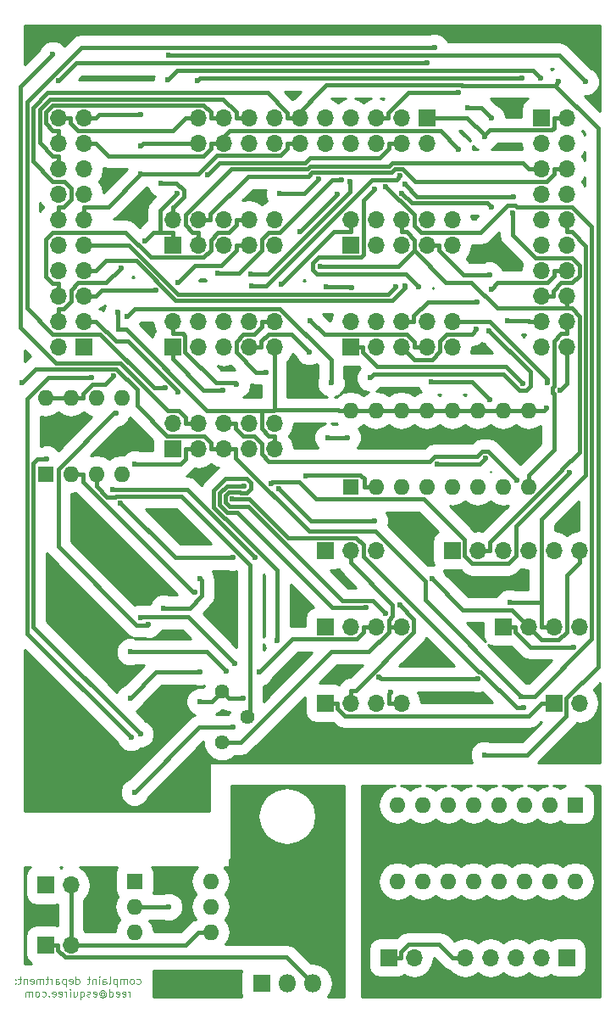
<source format=gbr>
G04 #@! TF.FileFunction,Copper,L2,Bot,Signal*
%FSLAX46Y46*%
G04 Gerber Fmt 4.6, Leading zero omitted, Abs format (unit mm)*
G04 Created by KiCad (PCBNEW 4.0.7) date 04/06/18 15:52:26*
%MOMM*%
%LPD*%
G01*
G04 APERTURE LIST*
%ADD10C,0.100000*%
%ADD11C,0.120000*%
%ADD12R,1.700000X1.700000*%
%ADD13O,1.700000X1.700000*%
%ADD14R,1.600000X1.600000*%
%ADD15O,1.600000X1.600000*%
%ADD16R,1.800000X1.800000*%
%ADD17O,1.800000X1.800000*%
%ADD18C,1.440000*%
%ADD19C,0.600000*%
%ADD20C,0.400000*%
%ADD21C,0.254000*%
G04 APERTURE END LIST*
D10*
D11*
X138671355Y-144842071D02*
X138742784Y-144877786D01*
X138885641Y-144877786D01*
X138957069Y-144842071D01*
X138992784Y-144806357D01*
X139028498Y-144734929D01*
X139028498Y-144520643D01*
X138992784Y-144449214D01*
X138957069Y-144413500D01*
X138885641Y-144377786D01*
X138742784Y-144377786D01*
X138671355Y-144413500D01*
X138242784Y-144877786D02*
X138314212Y-144842071D01*
X138349927Y-144806357D01*
X138385641Y-144734929D01*
X138385641Y-144520643D01*
X138349927Y-144449214D01*
X138314212Y-144413500D01*
X138242784Y-144377786D01*
X138135641Y-144377786D01*
X138064212Y-144413500D01*
X138028498Y-144449214D01*
X137992784Y-144520643D01*
X137992784Y-144734929D01*
X138028498Y-144806357D01*
X138064212Y-144842071D01*
X138135641Y-144877786D01*
X138242784Y-144877786D01*
X137671356Y-144877786D02*
X137671356Y-144377786D01*
X137671356Y-144449214D02*
X137635641Y-144413500D01*
X137564213Y-144377786D01*
X137457070Y-144377786D01*
X137385641Y-144413500D01*
X137349927Y-144484929D01*
X137349927Y-144877786D01*
X137349927Y-144484929D02*
X137314213Y-144413500D01*
X137242784Y-144377786D01*
X137135641Y-144377786D01*
X137064213Y-144413500D01*
X137028498Y-144484929D01*
X137028498Y-144877786D01*
X136671356Y-144377786D02*
X136671356Y-145127786D01*
X136671356Y-144413500D02*
X136599927Y-144377786D01*
X136457070Y-144377786D01*
X136385641Y-144413500D01*
X136349927Y-144449214D01*
X136314213Y-144520643D01*
X136314213Y-144734929D01*
X136349927Y-144806357D01*
X136385641Y-144842071D01*
X136457070Y-144877786D01*
X136599927Y-144877786D01*
X136671356Y-144842071D01*
X135885642Y-144877786D02*
X135957070Y-144842071D01*
X135992785Y-144770643D01*
X135992785Y-144127786D01*
X135278499Y-144877786D02*
X135278499Y-144484929D01*
X135314213Y-144413500D01*
X135385642Y-144377786D01*
X135528499Y-144377786D01*
X135599928Y-144413500D01*
X135278499Y-144842071D02*
X135349928Y-144877786D01*
X135528499Y-144877786D01*
X135599928Y-144842071D01*
X135635642Y-144770643D01*
X135635642Y-144699214D01*
X135599928Y-144627786D01*
X135528499Y-144592071D01*
X135349928Y-144592071D01*
X135278499Y-144556357D01*
X134921357Y-144877786D02*
X134921357Y-144377786D01*
X134921357Y-144127786D02*
X134957071Y-144163500D01*
X134921357Y-144199214D01*
X134885642Y-144163500D01*
X134921357Y-144127786D01*
X134921357Y-144199214D01*
X134564214Y-144377786D02*
X134564214Y-144877786D01*
X134564214Y-144449214D02*
X134528499Y-144413500D01*
X134457071Y-144377786D01*
X134349928Y-144377786D01*
X134278499Y-144413500D01*
X134242785Y-144484929D01*
X134242785Y-144877786D01*
X133992785Y-144377786D02*
X133707071Y-144377786D01*
X133885643Y-144127786D02*
X133885643Y-144770643D01*
X133849928Y-144842071D01*
X133778500Y-144877786D01*
X133707071Y-144877786D01*
X132564214Y-144877786D02*
X132564214Y-144127786D01*
X132564214Y-144842071D02*
X132635643Y-144877786D01*
X132778500Y-144877786D01*
X132849928Y-144842071D01*
X132885643Y-144806357D01*
X132921357Y-144734929D01*
X132921357Y-144520643D01*
X132885643Y-144449214D01*
X132849928Y-144413500D01*
X132778500Y-144377786D01*
X132635643Y-144377786D01*
X132564214Y-144413500D01*
X131921357Y-144842071D02*
X131992786Y-144877786D01*
X132135643Y-144877786D01*
X132207072Y-144842071D01*
X132242786Y-144770643D01*
X132242786Y-144484929D01*
X132207072Y-144413500D01*
X132135643Y-144377786D01*
X131992786Y-144377786D01*
X131921357Y-144413500D01*
X131885643Y-144484929D01*
X131885643Y-144556357D01*
X132242786Y-144627786D01*
X131564215Y-144377786D02*
X131564215Y-145127786D01*
X131564215Y-144413500D02*
X131492786Y-144377786D01*
X131349929Y-144377786D01*
X131278500Y-144413500D01*
X131242786Y-144449214D01*
X131207072Y-144520643D01*
X131207072Y-144734929D01*
X131242786Y-144806357D01*
X131278500Y-144842071D01*
X131349929Y-144877786D01*
X131492786Y-144877786D01*
X131564215Y-144842071D01*
X130564215Y-144877786D02*
X130564215Y-144484929D01*
X130599929Y-144413500D01*
X130671358Y-144377786D01*
X130814215Y-144377786D01*
X130885644Y-144413500D01*
X130564215Y-144842071D02*
X130635644Y-144877786D01*
X130814215Y-144877786D01*
X130885644Y-144842071D01*
X130921358Y-144770643D01*
X130921358Y-144699214D01*
X130885644Y-144627786D01*
X130814215Y-144592071D01*
X130635644Y-144592071D01*
X130564215Y-144556357D01*
X130207073Y-144877786D02*
X130207073Y-144377786D01*
X130207073Y-144520643D02*
X130171358Y-144449214D01*
X130135644Y-144413500D01*
X130064215Y-144377786D01*
X129992787Y-144377786D01*
X129849929Y-144377786D02*
X129564215Y-144377786D01*
X129742787Y-144127786D02*
X129742787Y-144770643D01*
X129707072Y-144842071D01*
X129635644Y-144877786D01*
X129564215Y-144877786D01*
X129314216Y-144877786D02*
X129314216Y-144377786D01*
X129314216Y-144449214D02*
X129278501Y-144413500D01*
X129207073Y-144377786D01*
X129099930Y-144377786D01*
X129028501Y-144413500D01*
X128992787Y-144484929D01*
X128992787Y-144877786D01*
X128992787Y-144484929D02*
X128957073Y-144413500D01*
X128885644Y-144377786D01*
X128778501Y-144377786D01*
X128707073Y-144413500D01*
X128671358Y-144484929D01*
X128671358Y-144877786D01*
X128028501Y-144842071D02*
X128099930Y-144877786D01*
X128242787Y-144877786D01*
X128314216Y-144842071D01*
X128349930Y-144770643D01*
X128349930Y-144484929D01*
X128314216Y-144413500D01*
X128242787Y-144377786D01*
X128099930Y-144377786D01*
X128028501Y-144413500D01*
X127992787Y-144484929D01*
X127992787Y-144556357D01*
X128349930Y-144627786D01*
X127671359Y-144377786D02*
X127671359Y-144877786D01*
X127671359Y-144449214D02*
X127635644Y-144413500D01*
X127564216Y-144377786D01*
X127457073Y-144377786D01*
X127385644Y-144413500D01*
X127349930Y-144484929D01*
X127349930Y-144877786D01*
X127099930Y-144377786D02*
X126814216Y-144377786D01*
X126992788Y-144127786D02*
X126992788Y-144770643D01*
X126957073Y-144842071D01*
X126885645Y-144877786D01*
X126814216Y-144877786D01*
X126564217Y-144806357D02*
X126528502Y-144842071D01*
X126564217Y-144877786D01*
X126599931Y-144842071D01*
X126564217Y-144806357D01*
X126564217Y-144877786D01*
X126564217Y-144413500D02*
X126528502Y-144449214D01*
X126564217Y-144484929D01*
X126599931Y-144449214D01*
X126564217Y-144413500D01*
X126564217Y-144484929D01*
X137992785Y-146122786D02*
X137992785Y-145622786D01*
X137992785Y-145765643D02*
X137957070Y-145694214D01*
X137921356Y-145658500D01*
X137849927Y-145622786D01*
X137778499Y-145622786D01*
X137242784Y-146087071D02*
X137314213Y-146122786D01*
X137457070Y-146122786D01*
X137528499Y-146087071D01*
X137564213Y-146015643D01*
X137564213Y-145729929D01*
X137528499Y-145658500D01*
X137457070Y-145622786D01*
X137314213Y-145622786D01*
X137242784Y-145658500D01*
X137207070Y-145729929D01*
X137207070Y-145801357D01*
X137564213Y-145872786D01*
X136599927Y-146087071D02*
X136671356Y-146122786D01*
X136814213Y-146122786D01*
X136885642Y-146087071D01*
X136921356Y-146015643D01*
X136921356Y-145729929D01*
X136885642Y-145658500D01*
X136814213Y-145622786D01*
X136671356Y-145622786D01*
X136599927Y-145658500D01*
X136564213Y-145729929D01*
X136564213Y-145801357D01*
X136921356Y-145872786D01*
X135921356Y-146122786D02*
X135921356Y-145372786D01*
X135921356Y-146087071D02*
X135992785Y-146122786D01*
X136135642Y-146122786D01*
X136207070Y-146087071D01*
X136242785Y-146051357D01*
X136278499Y-145979929D01*
X136278499Y-145765643D01*
X136242785Y-145694214D01*
X136207070Y-145658500D01*
X136135642Y-145622786D01*
X135992785Y-145622786D01*
X135921356Y-145658500D01*
X135099928Y-145765643D02*
X135135642Y-145729929D01*
X135207071Y-145694214D01*
X135278499Y-145694214D01*
X135349928Y-145729929D01*
X135385642Y-145765643D01*
X135421356Y-145837071D01*
X135421356Y-145908500D01*
X135385642Y-145979929D01*
X135349928Y-146015643D01*
X135278499Y-146051357D01*
X135207071Y-146051357D01*
X135135642Y-146015643D01*
X135099928Y-145979929D01*
X135099928Y-145694214D02*
X135099928Y-145979929D01*
X135064214Y-146015643D01*
X135028499Y-146015643D01*
X134957071Y-145979929D01*
X134921356Y-145908500D01*
X134921356Y-145729929D01*
X134992785Y-145622786D01*
X135099928Y-145551357D01*
X135242785Y-145515643D01*
X135385642Y-145551357D01*
X135492785Y-145622786D01*
X135564214Y-145729929D01*
X135599928Y-145872786D01*
X135564214Y-146015643D01*
X135492785Y-146122786D01*
X135385642Y-146194214D01*
X135242785Y-146229929D01*
X135099928Y-146194214D01*
X134992785Y-146122786D01*
X134314213Y-146087071D02*
X134385642Y-146122786D01*
X134528499Y-146122786D01*
X134599928Y-146087071D01*
X134635642Y-146015643D01*
X134635642Y-145729929D01*
X134599928Y-145658500D01*
X134528499Y-145622786D01*
X134385642Y-145622786D01*
X134314213Y-145658500D01*
X134278499Y-145729929D01*
X134278499Y-145801357D01*
X134635642Y-145872786D01*
X133992785Y-146087071D02*
X133921356Y-146122786D01*
X133778499Y-146122786D01*
X133707071Y-146087071D01*
X133671356Y-146015643D01*
X133671356Y-145979929D01*
X133707071Y-145908500D01*
X133778499Y-145872786D01*
X133885642Y-145872786D01*
X133957071Y-145837071D01*
X133992785Y-145765643D01*
X133992785Y-145729929D01*
X133957071Y-145658500D01*
X133885642Y-145622786D01*
X133778499Y-145622786D01*
X133707071Y-145658500D01*
X133028499Y-145622786D02*
X133028499Y-146372786D01*
X133028499Y-146087071D02*
X133099928Y-146122786D01*
X133242785Y-146122786D01*
X133314213Y-146087071D01*
X133349928Y-146051357D01*
X133385642Y-145979929D01*
X133385642Y-145765643D01*
X133349928Y-145694214D01*
X133314213Y-145658500D01*
X133242785Y-145622786D01*
X133099928Y-145622786D01*
X133028499Y-145658500D01*
X132349928Y-145622786D02*
X132349928Y-146122786D01*
X132671357Y-145622786D02*
X132671357Y-146015643D01*
X132635642Y-146087071D01*
X132564214Y-146122786D01*
X132457071Y-146122786D01*
X132385642Y-146087071D01*
X132349928Y-146051357D01*
X131992786Y-146122786D02*
X131992786Y-145622786D01*
X131992786Y-145372786D02*
X132028500Y-145408500D01*
X131992786Y-145444214D01*
X131957071Y-145408500D01*
X131992786Y-145372786D01*
X131992786Y-145444214D01*
X131635643Y-146122786D02*
X131635643Y-145622786D01*
X131635643Y-145765643D02*
X131599928Y-145694214D01*
X131564214Y-145658500D01*
X131492785Y-145622786D01*
X131421357Y-145622786D01*
X130885642Y-146087071D02*
X130957071Y-146122786D01*
X131099928Y-146122786D01*
X131171357Y-146087071D01*
X131207071Y-146015643D01*
X131207071Y-145729929D01*
X131171357Y-145658500D01*
X131099928Y-145622786D01*
X130957071Y-145622786D01*
X130885642Y-145658500D01*
X130849928Y-145729929D01*
X130849928Y-145801357D01*
X131207071Y-145872786D01*
X130242785Y-146087071D02*
X130314214Y-146122786D01*
X130457071Y-146122786D01*
X130528500Y-146087071D01*
X130564214Y-146015643D01*
X130564214Y-145729929D01*
X130528500Y-145658500D01*
X130457071Y-145622786D01*
X130314214Y-145622786D01*
X130242785Y-145658500D01*
X130207071Y-145729929D01*
X130207071Y-145801357D01*
X130564214Y-145872786D01*
X129885643Y-146051357D02*
X129849928Y-146087071D01*
X129885643Y-146122786D01*
X129921357Y-146087071D01*
X129885643Y-146051357D01*
X129885643Y-146122786D01*
X129207071Y-146087071D02*
X129278500Y-146122786D01*
X129421357Y-146122786D01*
X129492785Y-146087071D01*
X129528500Y-146051357D01*
X129564214Y-145979929D01*
X129564214Y-145765643D01*
X129528500Y-145694214D01*
X129492785Y-145658500D01*
X129421357Y-145622786D01*
X129278500Y-145622786D01*
X129207071Y-145658500D01*
X128778500Y-146122786D02*
X128849928Y-146087071D01*
X128885643Y-146051357D01*
X128921357Y-145979929D01*
X128921357Y-145765643D01*
X128885643Y-145694214D01*
X128849928Y-145658500D01*
X128778500Y-145622786D01*
X128671357Y-145622786D01*
X128599928Y-145658500D01*
X128564214Y-145694214D01*
X128528500Y-145765643D01*
X128528500Y-145979929D01*
X128564214Y-146051357D01*
X128599928Y-146087071D01*
X128671357Y-146122786D01*
X128778500Y-146122786D01*
X128207072Y-146122786D02*
X128207072Y-145622786D01*
X128207072Y-145694214D02*
X128171357Y-145658500D01*
X128099929Y-145622786D01*
X127992786Y-145622786D01*
X127921357Y-145658500D01*
X127885643Y-145729929D01*
X127885643Y-146122786D01*
X127885643Y-145729929D02*
X127849929Y-145658500D01*
X127778500Y-145622786D01*
X127671357Y-145622786D01*
X127599929Y-145658500D01*
X127564214Y-145729929D01*
X127564214Y-146122786D01*
D12*
X179070000Y-58420000D03*
D13*
X181610000Y-58420000D03*
X179070000Y-60960000D03*
X181610000Y-60960000D03*
X179070000Y-63500000D03*
X181610000Y-63500000D03*
X179070000Y-66040000D03*
X181610000Y-66040000D03*
X179070000Y-68580000D03*
X181610000Y-68580000D03*
X179070000Y-71120000D03*
X181610000Y-71120000D03*
X179070000Y-73660000D03*
X181610000Y-73660000D03*
X179070000Y-76200000D03*
X181610000Y-76200000D03*
X179070000Y-78740000D03*
X181610000Y-78740000D03*
X179070000Y-81280000D03*
X181610000Y-81280000D03*
D12*
X133350000Y-81280000D03*
D13*
X130810000Y-81280000D03*
X133350000Y-78740000D03*
X130810000Y-78740000D03*
X133350000Y-76200000D03*
X130810000Y-76200000D03*
X133350000Y-73660000D03*
X130810000Y-73660000D03*
X133350000Y-71120000D03*
X130810000Y-71120000D03*
X133350000Y-68580000D03*
X130810000Y-68580000D03*
X133350000Y-66040000D03*
X130810000Y-66040000D03*
X133350000Y-63500000D03*
X130810000Y-63500000D03*
X133350000Y-60960000D03*
X130810000Y-60960000D03*
X133350000Y-58420000D03*
X130810000Y-58420000D03*
D12*
X142240000Y-71120000D03*
D13*
X142240000Y-68580000D03*
X144780000Y-71120000D03*
X144780000Y-68580000D03*
X147320000Y-71120000D03*
X147320000Y-68580000D03*
X149860000Y-71120000D03*
X149860000Y-68580000D03*
X152400000Y-71120000D03*
X152400000Y-68580000D03*
D12*
X160020000Y-71120000D03*
D13*
X160020000Y-68580000D03*
X162560000Y-71120000D03*
X162560000Y-68580000D03*
X165100000Y-71120000D03*
X165100000Y-68580000D03*
X167640000Y-71120000D03*
X167640000Y-68580000D03*
X170180000Y-71120000D03*
X170180000Y-68580000D03*
D12*
X142240000Y-81280000D03*
D13*
X142240000Y-78740000D03*
X144780000Y-81280000D03*
X144780000Y-78740000D03*
X147320000Y-81280000D03*
X147320000Y-78740000D03*
X149860000Y-81280000D03*
X149860000Y-78740000D03*
X152400000Y-81280000D03*
X152400000Y-78740000D03*
D12*
X160020000Y-81280000D03*
D13*
X160020000Y-78740000D03*
X162560000Y-81280000D03*
X162560000Y-78740000D03*
X165100000Y-81280000D03*
X165100000Y-78740000D03*
X167640000Y-81280000D03*
X167640000Y-78740000D03*
X170180000Y-81280000D03*
X170180000Y-78740000D03*
D12*
X142240000Y-91440000D03*
D13*
X142240000Y-88900000D03*
X144780000Y-91440000D03*
X144780000Y-88900000D03*
X147320000Y-91440000D03*
X147320000Y-88900000D03*
X149860000Y-91440000D03*
X149860000Y-88900000D03*
X152400000Y-91440000D03*
X152400000Y-88900000D03*
D12*
X170180000Y-101600000D03*
D13*
X172720000Y-101600000D03*
X175260000Y-101600000D03*
X177800000Y-101600000D03*
X180340000Y-101600000D03*
X182880000Y-101600000D03*
D12*
X157480000Y-109220000D03*
D13*
X160020000Y-109220000D03*
X162560000Y-109220000D03*
X165100000Y-109220000D03*
D12*
X157480000Y-116840000D03*
D13*
X160020000Y-116840000D03*
X162560000Y-116840000D03*
X165100000Y-116840000D03*
D12*
X181610000Y-142240000D03*
D13*
X179070000Y-142240000D03*
X176530000Y-142240000D03*
X173990000Y-142240000D03*
X171450000Y-142240000D03*
D14*
X182499000Y-127000000D03*
D15*
X164719000Y-134620000D03*
X179959000Y-127000000D03*
X167259000Y-134620000D03*
X177419000Y-127000000D03*
X169799000Y-134620000D03*
X174879000Y-127000000D03*
X172339000Y-134620000D03*
X172339000Y-127000000D03*
X174879000Y-134620000D03*
X169799000Y-127000000D03*
X177419000Y-134620000D03*
X167259000Y-127000000D03*
X179959000Y-134620000D03*
X164719000Y-127000000D03*
X182499000Y-134620000D03*
D12*
X175260000Y-109220000D03*
D13*
X177800000Y-109220000D03*
X180340000Y-109220000D03*
X182880000Y-109220000D03*
D12*
X129540000Y-135001000D03*
D13*
X132080000Y-135001000D03*
D14*
X138430000Y-134620000D03*
D15*
X146050000Y-139700000D03*
X138430000Y-137160000D03*
X146050000Y-137160000D03*
X138430000Y-139700000D03*
X146050000Y-134620000D03*
D12*
X157480000Y-101600000D03*
D13*
X160020000Y-101600000D03*
X162560000Y-101600000D03*
D12*
X129540000Y-140970000D03*
D13*
X132080000Y-140970000D03*
D16*
X151130000Y-144780000D03*
D17*
X153670000Y-144780000D03*
X156210000Y-144780000D03*
D18*
X147193000Y-115697000D03*
X149733000Y-118237000D03*
X147193000Y-120777000D03*
D14*
X160033000Y-95250000D03*
D15*
X177813000Y-87630000D03*
X162573000Y-95250000D03*
X175273000Y-87630000D03*
X165113000Y-95250000D03*
X172733000Y-87630000D03*
X167653000Y-95250000D03*
X170193000Y-87630000D03*
X170193000Y-95250000D03*
X167653000Y-87630000D03*
X172733000Y-95250000D03*
X165113000Y-87630000D03*
X175273000Y-95250000D03*
X162573000Y-87630000D03*
X177813000Y-95250000D03*
X160033000Y-87630000D03*
D12*
X163830000Y-142240000D03*
D13*
X166370000Y-142240000D03*
D12*
X180340000Y-116840000D03*
D13*
X182880000Y-116840000D03*
D14*
X129540000Y-93980000D03*
D15*
X137160000Y-86360000D03*
X132080000Y-93980000D03*
X134620000Y-86360000D03*
X134620000Y-93980000D03*
X132080000Y-86360000D03*
X137160000Y-93980000D03*
X129540000Y-86360000D03*
D12*
X167640000Y-58420000D03*
D13*
X167640000Y-60960000D03*
X165100000Y-58420000D03*
X165100000Y-60960000D03*
X162560000Y-58420000D03*
X162560000Y-60960000D03*
X160020000Y-58420000D03*
X160020000Y-60960000D03*
X157480000Y-58420000D03*
X157480000Y-60960000D03*
X154940000Y-58420000D03*
X154940000Y-60960000D03*
X152400000Y-58420000D03*
X152400000Y-60960000D03*
X149860000Y-58420000D03*
X149860000Y-60960000D03*
X147320000Y-58420000D03*
X147320000Y-60960000D03*
X144780000Y-58420000D03*
X144780000Y-60960000D03*
D19*
X150923500Y-113760600D03*
X149291500Y-116370500D03*
X144987900Y-116687500D03*
X141890000Y-137175800D03*
X182285900Y-111252700D03*
X164001700Y-115778800D03*
X179583500Y-87418500D03*
X162430000Y-98646000D03*
X152898800Y-95468200D03*
X139026000Y-58088000D03*
X136877700Y-79520600D03*
X136306600Y-84199300D03*
X136781000Y-77855600D03*
X173394000Y-60336600D03*
X139026000Y-61214900D03*
X139441500Y-70713700D03*
X142664600Y-65964800D03*
X144754000Y-54745900D03*
X177116400Y-54483300D03*
X141073800Y-64930100D03*
X141786500Y-54642500D03*
X178985500Y-54483300D03*
X136607600Y-87920400D03*
X139854200Y-108960200D03*
X172651000Y-76787200D03*
X172573900Y-79558200D03*
X148649800Y-85028600D03*
X152057000Y-94894000D03*
X181871800Y-93809500D03*
X175937500Y-106822200D03*
X172745200Y-114440900D03*
X162877500Y-114258400D03*
X161592600Y-107336500D03*
X149355000Y-95157000D03*
X147305800Y-85591800D03*
X176650200Y-94557200D03*
X183502800Y-54826600D03*
X141890000Y-52180300D03*
X139074700Y-64052100D03*
X163514900Y-107868900D03*
X152725200Y-110595000D03*
X180828000Y-54836500D03*
X173394000Y-122006900D03*
X164951400Y-107071900D03*
X177237000Y-84915300D03*
X161993800Y-84391400D03*
X173873200Y-79660500D03*
X174123100Y-75523500D03*
X165452900Y-65063100D03*
X176274700Y-66288400D03*
X176214900Y-67892000D03*
X156973300Y-73273700D03*
X156029000Y-78637800D03*
X175758800Y-78716600D03*
X173901500Y-74122800D03*
X170843600Y-61561700D03*
X168165900Y-104448600D03*
X180956900Y-85622300D03*
X179705000Y-84893200D03*
X151622000Y-83812400D03*
X145743400Y-64128000D03*
X164949900Y-64226400D03*
X150110700Y-75201700D03*
X177054900Y-116155200D03*
X127184500Y-84887500D03*
X163506700Y-65290600D03*
X168444200Y-51406300D03*
X170826900Y-55864600D03*
X141490700Y-85397300D03*
X150033100Y-74024700D03*
X159945000Y-64790600D03*
X159130000Y-64629200D03*
X146789200Y-73916700D03*
X155895900Y-81775100D03*
X155008600Y-69752500D03*
X156875700Y-64571100D03*
X158676000Y-66030500D03*
X153085500Y-75067800D03*
X155598300Y-94165400D03*
X152967800Y-66007400D03*
X157619900Y-75268500D03*
X160177800Y-75334500D03*
X168700000Y-92981700D03*
X173481100Y-92414900D03*
X173959700Y-86524100D03*
X168073000Y-84745400D03*
X142816500Y-85749200D03*
X137081000Y-73408900D03*
X139026000Y-119918900D03*
X129681400Y-92494400D03*
X138092300Y-120286800D03*
X134135800Y-84334300D03*
X142789000Y-74901900D03*
X140565800Y-75651800D03*
X165492000Y-75171200D03*
X164555100Y-75269600D03*
X165166600Y-65946800D03*
X174131600Y-67362700D03*
X174084800Y-58432600D03*
X171700600Y-57453000D03*
X167666000Y-52954300D03*
X130854600Y-54749700D03*
X166802800Y-75278400D03*
X162392000Y-65536400D03*
X138432800Y-92980100D03*
X177331100Y-117318400D03*
X148218300Y-96482200D03*
X130262700Y-52124400D03*
X159710100Y-90345400D03*
X157778000Y-90345400D03*
X158078100Y-84887500D03*
X137728900Y-78247500D03*
X137055300Y-96874900D03*
X148277100Y-102312100D03*
X136249200Y-95512500D03*
X150482000Y-102304200D03*
X139026000Y-108350100D03*
X148418100Y-112883000D03*
X138011900Y-111718600D03*
X147618000Y-113637100D03*
X138011900Y-116342000D03*
X144987900Y-113760600D03*
X141359200Y-107347500D03*
X144994800Y-104407700D03*
X138430000Y-125750100D03*
X148295400Y-119262100D03*
X144468700Y-105764400D03*
D20*
X132080000Y-86360000D02*
X129540000Y-86360000D01*
X162573000Y-87630000D02*
X160033000Y-87630000D01*
X165113000Y-87630000D02*
X162573000Y-87630000D01*
X167653000Y-87630000D02*
X165113000Y-87630000D01*
X170193000Y-87630000D02*
X167653000Y-87630000D01*
X172733000Y-87630000D02*
X170193000Y-87630000D01*
X175273000Y-87630000D02*
X172733000Y-87630000D01*
X154213800Y-110470300D02*
X150923500Y-113760600D01*
X160606500Y-110470300D02*
X154213800Y-110470300D01*
X161309700Y-109767100D02*
X160606500Y-110470300D01*
X161309700Y-109220000D02*
X161309700Y-109767100D01*
X162560000Y-109220000D02*
X161309700Y-109220000D01*
X138445800Y-137175800D02*
X138430000Y-137160000D01*
X141890000Y-137175800D02*
X138445800Y-137175800D01*
X147866500Y-116370500D02*
X147193000Y-115697000D01*
X149291500Y-116370500D02*
X147866500Y-116370500D01*
X176510300Y-109767000D02*
X176510300Y-109220000D01*
X177996000Y-111252700D02*
X176510300Y-109767000D01*
X182285900Y-111252700D02*
X177996000Y-111252700D01*
X175260000Y-109220000D02*
X176510300Y-109220000D01*
X163849700Y-115930800D02*
X163849700Y-116840000D01*
X164001700Y-115778800D02*
X163849700Y-115930800D01*
X165100000Y-116840000D02*
X163849700Y-116840000D01*
X146202500Y-116687500D02*
X147193000Y-115697000D01*
X144987900Y-116687500D02*
X146202500Y-116687500D01*
X175273000Y-87630000D02*
X177813000Y-87630000D01*
X179372000Y-87630000D02*
X179583500Y-87418500D01*
X177813000Y-87630000D02*
X179372000Y-87630000D01*
X152400000Y-91440000D02*
X152400000Y-90189700D01*
X134932300Y-58088000D02*
X134600300Y-58420000D01*
X139026000Y-58088000D02*
X134932300Y-58088000D01*
X133350000Y-58420000D02*
X134600300Y-58420000D01*
X132080000Y-86360000D02*
X133280300Y-86360000D01*
X181610000Y-58420000D02*
X180359700Y-58420000D01*
X160033000Y-87630000D02*
X158832700Y-87630000D01*
X151130000Y-89466700D02*
X151130000Y-87630000D01*
X151853000Y-90189700D02*
X151130000Y-89466700D01*
X152400000Y-90189700D02*
X151853000Y-90189700D01*
X152400000Y-81280000D02*
X152400000Y-82530300D01*
X158801800Y-87599100D02*
X152400000Y-87599100D01*
X158832700Y-87630000D02*
X158801800Y-87599100D01*
X152369100Y-87630000D02*
X152400000Y-87599100D01*
X151130000Y-87630000D02*
X152369100Y-87630000D01*
X152400000Y-87599100D02*
X152400000Y-82530300D01*
X135471300Y-85034600D02*
X136306600Y-84199300D01*
X134232600Y-85034600D02*
X135471300Y-85034600D01*
X133280300Y-85986900D02*
X134232600Y-85034600D01*
X133280300Y-86360000D02*
X133280300Y-85986900D01*
X145687700Y-87630000D02*
X151130000Y-87630000D01*
X137578300Y-79520600D02*
X145687700Y-87630000D01*
X136877700Y-79520600D02*
X137578300Y-79520600D01*
X136781000Y-79423900D02*
X136781000Y-77855600D01*
X136877700Y-79520600D02*
X136781000Y-79423900D01*
X180359700Y-59435900D02*
X180359700Y-58420000D01*
X180125200Y-59670400D02*
X180359700Y-59435900D01*
X173898500Y-59670400D02*
X180125200Y-59670400D01*
X173394000Y-60174900D02*
X173898500Y-59670400D01*
X173394000Y-60336600D02*
X173394000Y-60174900D01*
X173394000Y-60174900D02*
X171639100Y-58420000D01*
X156076600Y-98646000D02*
X152898800Y-95468200D01*
X162430000Y-98646000D02*
X156076600Y-98646000D01*
X144780000Y-58420000D02*
X143529700Y-58420000D01*
X143529700Y-58420000D02*
X142259700Y-59690000D01*
X142259700Y-59690000D02*
X132783300Y-59690000D01*
X142240000Y-71120000D02*
X142240000Y-69869700D01*
X140977500Y-67651900D02*
X142664600Y-65964800D01*
X140977500Y-69869700D02*
X140977500Y-67651900D01*
X140285500Y-69869700D02*
X140977500Y-69869700D01*
X139441500Y-70713700D02*
X140285500Y-69869700D01*
X140977500Y-69869700D02*
X142240000Y-69869700D01*
X145016600Y-54483300D02*
X144754000Y-54745900D01*
X177116400Y-54483300D02*
X145016600Y-54483300D01*
X142652400Y-64930100D02*
X141073800Y-64930100D01*
X143365000Y-65642700D02*
X142652400Y-64930100D01*
X143365000Y-66332200D02*
X143365000Y-65642700D01*
X142367500Y-67329700D02*
X143365000Y-66332200D01*
X142240000Y-67329700D02*
X142367500Y-67329700D01*
X178230600Y-53728400D02*
X178985500Y-54483300D01*
X142700600Y-53728400D02*
X178230600Y-53728400D01*
X141786500Y-54642500D02*
X142700600Y-53728400D01*
X142240000Y-68580000D02*
X142240000Y-67329700D01*
X144780000Y-71120000D02*
X144780000Y-69869700D01*
X179070000Y-63500000D02*
X177819700Y-63500000D01*
X144233000Y-69869700D02*
X144780000Y-69869700D01*
X143510000Y-69146700D02*
X144233000Y-69869700D01*
X143510000Y-68064000D02*
X143510000Y-69146700D01*
X177819700Y-63500000D02*
X177245500Y-62925800D01*
X148074000Y-63500000D02*
X143510000Y-68064000D01*
X155965000Y-63252400D02*
X155717400Y-63500000D01*
X163906200Y-63252400D02*
X155965000Y-63252400D01*
X164232800Y-62925800D02*
X163906200Y-63252400D01*
X177245500Y-62925800D02*
X164232800Y-62925800D01*
X155717400Y-63500000D02*
X148074000Y-63500000D01*
X136379400Y-87920400D02*
X136607600Y-87920400D01*
X130822100Y-93477700D02*
X136379400Y-87920400D01*
X130822100Y-101229400D02*
X130822100Y-93477700D01*
X138643200Y-109050500D02*
X130822100Y-101229400D01*
X139763900Y-109050500D02*
X138643200Y-109050500D01*
X139854200Y-108960200D02*
X139763900Y-109050500D01*
X144780000Y-68580000D02*
X146030300Y-68580000D01*
X181610000Y-63500000D02*
X180359700Y-63500000D01*
X146030300Y-68033000D02*
X146030300Y-68580000D01*
X180359700Y-63500000D02*
X180359700Y-64018100D01*
X149779200Y-64284100D02*
X146030300Y-68033000D01*
X155782200Y-64284100D02*
X149779200Y-64284100D01*
X156195500Y-63870800D02*
X155782200Y-64284100D01*
X164136700Y-63870800D02*
X156195500Y-63870800D01*
X180359700Y-64018100D02*
X179607700Y-64770100D01*
X164481400Y-63526100D02*
X164136700Y-63870800D01*
X165240000Y-63526100D02*
X164481400Y-63526100D01*
X166484000Y-64770100D02*
X165240000Y-63526100D01*
X179607700Y-64770100D02*
X166484000Y-64770100D01*
X167756100Y-76787200D02*
X172651000Y-76787200D01*
X166350300Y-78193000D02*
X167756100Y-76787200D01*
X166350300Y-78740000D02*
X166350300Y-78193000D01*
X165100000Y-78740000D02*
X166350300Y-78740000D01*
X172122100Y-80010000D02*
X172573900Y-79558200D01*
X169613800Y-80010000D02*
X172122100Y-80010000D01*
X168929600Y-80694200D02*
X169613800Y-80010000D01*
X168929600Y-81763700D02*
X168929600Y-80694200D01*
X168144300Y-82549000D02*
X168929600Y-81763700D01*
X166369000Y-82549000D02*
X168144300Y-82549000D01*
X165100000Y-81280000D02*
X166369000Y-82549000D01*
X142240000Y-78740000D02*
X142240000Y-79990300D01*
X152183200Y-94767800D02*
X152057000Y-94894000D01*
X154875500Y-94767800D02*
X152183200Y-94767800D01*
X156569900Y-96462200D02*
X154875500Y-94767800D01*
X167368700Y-96462200D02*
X156569900Y-96462200D01*
X171430400Y-100523900D02*
X167368700Y-96462200D01*
X171430400Y-102117300D02*
X171430400Y-100523900D01*
X172202000Y-102888900D02*
X171430400Y-102117300D01*
X175786100Y-102888900D02*
X172202000Y-102888900D01*
X176529900Y-102145100D02*
X175786100Y-102888900D01*
X176529900Y-99151400D02*
X176529900Y-102145100D01*
X181871800Y-93809500D02*
X176529900Y-99151400D01*
X143255900Y-79990300D02*
X142240000Y-79990300D01*
X143490300Y-80224700D02*
X143255900Y-79990300D01*
X143490300Y-81816000D02*
X143490300Y-80224700D01*
X146565800Y-84891500D02*
X143490300Y-81816000D01*
X148512700Y-84891500D02*
X146565800Y-84891500D01*
X148649800Y-85028600D02*
X148512700Y-84891500D01*
X180340000Y-109220000D02*
X179089700Y-109220000D01*
X181610000Y-68580000D02*
X181610000Y-69830300D01*
X163060000Y-114440900D02*
X162877500Y-114258400D01*
X172745200Y-114440900D02*
X163060000Y-114440900D01*
X147661900Y-95157000D02*
X149355000Y-95157000D01*
X146917600Y-95901300D02*
X147661900Y-95157000D01*
X146917600Y-97020700D02*
X146917600Y-95901300D01*
X147679700Y-97782800D02*
X146917600Y-97020700D01*
X148669900Y-97782800D02*
X147679700Y-97782800D01*
X158223600Y-107336500D02*
X148669900Y-97782800D01*
X161592600Y-107336500D02*
X158223600Y-107336500D01*
X145301500Y-85591800D02*
X142240000Y-82530300D01*
X147305800Y-85591800D02*
X145301500Y-85591800D01*
X142240000Y-81280000D02*
X142240000Y-82530300D01*
X179089700Y-106822200D02*
X175937500Y-106822200D01*
X179089700Y-109220000D02*
X179089700Y-106822200D01*
X182128100Y-69830300D02*
X181610000Y-69830300D01*
X183515500Y-71217700D02*
X182128100Y-69830300D01*
X183515500Y-94095700D02*
X183515500Y-71217700D01*
X179089700Y-98521500D02*
X183515500Y-94095700D01*
X179089700Y-106822200D02*
X179089700Y-98521500D01*
X147320000Y-88900000D02*
X148570300Y-88900000D01*
X133350000Y-68580000D02*
X133350000Y-67329700D01*
X148570300Y-89418100D02*
X148570300Y-88900000D01*
X149322200Y-90170000D02*
X148570300Y-89418100D01*
X150372200Y-90170000D02*
X149322200Y-90170000D01*
X151130200Y-90928000D02*
X150372200Y-90170000D01*
X151130200Y-91970500D02*
X151130200Y-90928000D01*
X151859000Y-92699300D02*
X151130200Y-91970500D01*
X167946500Y-92699300D02*
X151859000Y-92699300D01*
X168451500Y-92194300D02*
X167946500Y-92699300D01*
X172711500Y-92194300D02*
X168451500Y-92194300D01*
X172711500Y-92194200D02*
X172711500Y-92194300D01*
X173191100Y-91714600D02*
X172711500Y-92194200D01*
X173807600Y-91714600D02*
X173191100Y-91714600D01*
X176650200Y-94557200D02*
X173807600Y-91714600D01*
X135797100Y-67329700D02*
X133350000Y-67329700D01*
X180856500Y-52180300D02*
X141890000Y-52180300D01*
X183502800Y-54826600D02*
X180856500Y-52180300D01*
X139074700Y-64052100D02*
X135797100Y-67329700D01*
X144829000Y-64052100D02*
X139074700Y-64052100D01*
X146670800Y-62210300D02*
X144829000Y-64052100D01*
X152986500Y-62210300D02*
X146670800Y-62210300D01*
X154940000Y-58420000D02*
X154341900Y-58420000D01*
X154341900Y-58420000D02*
X153689700Y-58420000D01*
X153689700Y-57901900D02*
X153689700Y-58420000D01*
X151728000Y-55940200D02*
X153689700Y-57901900D01*
X129760300Y-55940200D02*
X151728000Y-55940200D01*
X128293700Y-57406800D02*
X129760300Y-55940200D01*
X128293700Y-62794300D02*
X128293700Y-57406800D01*
X130289000Y-64789600D02*
X128293700Y-62794300D01*
X131395800Y-64789600D02*
X130289000Y-64789600D01*
X132080000Y-65473800D02*
X131395800Y-64789600D01*
X132080000Y-66577800D02*
X132080000Y-65473800D01*
X131328100Y-67329700D02*
X132080000Y-66577800D01*
X157597600Y-55164300D02*
X154341900Y-58420000D01*
X171117000Y-55164300D02*
X157597600Y-55164300D01*
X171136300Y-55183600D02*
X171117000Y-55164300D01*
X153689700Y-61507100D02*
X152986500Y-62210300D01*
X180480900Y-55183600D02*
X180828000Y-54836500D01*
X130810000Y-67329700D02*
X131328100Y-67329700D01*
X184740400Y-59443100D02*
X180480900Y-55183600D01*
X184740400Y-113205000D02*
X184740400Y-59443100D01*
X181590400Y-116355000D02*
X184740400Y-113205000D01*
X181590400Y-118101000D02*
X181590400Y-116355000D01*
X177684500Y-122006900D02*
X181590400Y-118101000D01*
X173394000Y-122006900D02*
X177684500Y-122006900D01*
X180480900Y-55183600D02*
X171136300Y-55183600D01*
X154940000Y-60960000D02*
X153689700Y-60960000D01*
X153689700Y-60960000D02*
X153689700Y-61507100D01*
X130810000Y-68580000D02*
X130810000Y-67329700D01*
X152725200Y-103553400D02*
X152725200Y-110595000D01*
X147554900Y-98383100D02*
X152725200Y-103553400D01*
X147431000Y-98383100D02*
X147554900Y-98383100D01*
X146317300Y-97269400D02*
X147431000Y-98383100D01*
X146317300Y-95651800D02*
X146317300Y-97269400D01*
X147512400Y-94456700D02*
X146317300Y-95651800D01*
X149645100Y-94456700D02*
X147512400Y-94456700D01*
X150055300Y-94866900D02*
X149645100Y-94456700D01*
X150055300Y-95447100D02*
X150055300Y-94866900D01*
X149645100Y-95857300D02*
X150055300Y-95447100D01*
X149065000Y-95857300D02*
X149645100Y-95857300D01*
X148989500Y-95781800D02*
X149065000Y-95857300D01*
X147889200Y-95781800D02*
X148989500Y-95781800D01*
X147518000Y-96153000D02*
X147889200Y-95781800D01*
X147518000Y-96772200D02*
X147518000Y-96153000D01*
X147928300Y-97182500D02*
X147518000Y-96772200D01*
X149767800Y-97182500D02*
X147928300Y-97182500D01*
X159221500Y-106636200D02*
X149767800Y-97182500D01*
X162282200Y-106636200D02*
X159221500Y-106636200D01*
X163514900Y-107868900D02*
X162282200Y-106636200D01*
X160020000Y-116840000D02*
X160020000Y-115589700D01*
X160020000Y-81280000D02*
X161270300Y-81280000D01*
X161270300Y-81827000D02*
X161270300Y-81280000D01*
X162663400Y-83220100D02*
X161270300Y-81827000D01*
X175541800Y-83220100D02*
X162663400Y-83220100D01*
X177237000Y-84915300D02*
X175541800Y-83220100D01*
X160556000Y-115589700D02*
X160020000Y-115589700D01*
X160556000Y-115589600D02*
X160556000Y-115589700D01*
X166355900Y-109789700D02*
X160556000Y-115589600D01*
X166355900Y-108476400D02*
X166355900Y-109789700D01*
X164951400Y-107071900D02*
X166355900Y-108476400D01*
X177989100Y-83776400D02*
X173873200Y-79660500D01*
X177989100Y-85188500D02*
X177989100Y-83776400D01*
X177545400Y-85632200D02*
X177989100Y-85188500D01*
X176864000Y-85632200D02*
X177545400Y-85632200D01*
X175276800Y-84045000D02*
X176864000Y-85632200D01*
X162340200Y-84045000D02*
X175276800Y-84045000D01*
X161993800Y-84391400D02*
X162340200Y-84045000D01*
X174736300Y-74910300D02*
X174123100Y-75523500D01*
X179656500Y-74910300D02*
X174736300Y-74910300D01*
X180359700Y-74207100D02*
X179656500Y-74910300D01*
X180359700Y-73660000D02*
X180359700Y-74207100D01*
X181610000Y-73660000D02*
X180359700Y-73660000D01*
X166678200Y-66288400D02*
X176274700Y-66288400D01*
X165452900Y-65063100D02*
X166678200Y-66288400D01*
X176214900Y-67892000D02*
X176214900Y-70094100D01*
X180320300Y-75681900D02*
X180320300Y-76200000D01*
X181091800Y-74910400D02*
X180320300Y-75681900D01*
X182150600Y-74910400D02*
X181091800Y-74910400D01*
X182895500Y-74165500D02*
X182150600Y-74910400D01*
X182895500Y-73161100D02*
X182895500Y-74165500D01*
X182124400Y-72390000D02*
X182895500Y-73161100D01*
X178510800Y-72390000D02*
X182124400Y-72390000D01*
X176214900Y-70094100D02*
X178510800Y-72390000D01*
X179070000Y-76200000D02*
X180320300Y-76200000D01*
X172720000Y-101600000D02*
X173970300Y-101600000D01*
X181610000Y-76200000D02*
X181610000Y-77450300D01*
X130291900Y-62249700D02*
X130810000Y-62249700D01*
X128951300Y-60909100D02*
X130291900Y-62249700D01*
X128951300Y-57600200D02*
X128951300Y-60909100D01*
X130007600Y-56543900D02*
X128951300Y-57600200D01*
X147280600Y-56543900D02*
X130007600Y-56543900D01*
X148609700Y-57873000D02*
X147280600Y-56543900D01*
X148609700Y-58420000D02*
X148609700Y-57873000D01*
X130810000Y-63500000D02*
X130810000Y-62249700D01*
X182128100Y-77450300D02*
X181610000Y-77450300D01*
X182899600Y-78221800D02*
X182128100Y-77450300D01*
X182899600Y-91791400D02*
X182899600Y-78221800D01*
X181171500Y-93519500D02*
X182899600Y-91791400D01*
X181171500Y-93599200D02*
X181171500Y-93519500D01*
X173970300Y-100800400D02*
X181171500Y-93599200D01*
X173970300Y-101600000D02*
X173970300Y-100800400D01*
X165100000Y-68580000D02*
X165100000Y-69830300D01*
X166389600Y-70601800D02*
X166389600Y-71674900D01*
X165618100Y-69830300D02*
X166389600Y-70601800D01*
X165100000Y-69830300D02*
X165618100Y-69830300D01*
X169562300Y-74847600D02*
X166389600Y-71674900D01*
X172118000Y-74847600D02*
X169562300Y-74847600D01*
X174720700Y-77450300D02*
X172118000Y-74847600D01*
X181610000Y-77450300D02*
X174720700Y-77450300D01*
X164790800Y-73273700D02*
X156973300Y-73273700D01*
X166389600Y-71674900D02*
X164790800Y-73273700D01*
X156029000Y-78637800D02*
X157401200Y-80010000D01*
X177796300Y-78716600D02*
X177819700Y-78740000D01*
X175758800Y-78716600D02*
X177796300Y-78716600D01*
X179070000Y-78740000D02*
X177819700Y-78740000D01*
X133350000Y-60960000D02*
X134600300Y-60960000D01*
X167640000Y-71120000D02*
X168890300Y-71120000D01*
X168890300Y-71656200D02*
X168890300Y-71120000D01*
X171356900Y-74122800D02*
X168890300Y-71656200D01*
X173901500Y-74122800D02*
X171356900Y-74122800D01*
X147320000Y-58420000D02*
X146069700Y-58420000D01*
X134600300Y-60960000D02*
X135858100Y-62217800D01*
X168991500Y-59709600D02*
X170843600Y-61561700D01*
X147972300Y-59709600D02*
X168991500Y-59709600D01*
X146069700Y-58420000D02*
X146069700Y-57873000D01*
X146069700Y-61478100D02*
X146069700Y-60960000D01*
X145330000Y-62217800D02*
X146069700Y-61478100D01*
X135858100Y-62217800D02*
X145330000Y-62217800D01*
X147320000Y-60960000D02*
X146721900Y-60960000D01*
X146721900Y-60960000D02*
X146069700Y-60960000D01*
X146721900Y-60960000D02*
X147972300Y-59709600D01*
X177813000Y-95250000D02*
X177813000Y-94049700D01*
X181610000Y-78740000D02*
X181610000Y-79990300D01*
X130291900Y-59709700D02*
X130810000Y-59709700D01*
X129557600Y-58975400D02*
X130291900Y-59709700D01*
X129557600Y-57886000D02*
X129557600Y-58975400D01*
X130291700Y-57151900D02*
X129557600Y-57886000D01*
X145348600Y-57151900D02*
X130291700Y-57151900D01*
X146069700Y-57873000D02*
X145348600Y-57151900D01*
X130810000Y-60960000D02*
X130810000Y-59709700D01*
X181091900Y-79990300D02*
X181610000Y-79990300D01*
X180340000Y-80742200D02*
X181091900Y-79990300D01*
X180340000Y-84537800D02*
X180340000Y-80742200D01*
X180405300Y-84603100D02*
X180340000Y-84537800D01*
X180405300Y-85183300D02*
X180405300Y-84603100D01*
X180204300Y-85384300D02*
X180405300Y-85183300D01*
X180204300Y-85860000D02*
X180204300Y-85384300D01*
X180340000Y-85995700D02*
X180204300Y-85860000D01*
X180340000Y-91522700D02*
X180340000Y-85995700D01*
X177813000Y-94049700D02*
X180340000Y-91522700D01*
X139280900Y-60960000D02*
X139026000Y-61214900D01*
X144780000Y-60960000D02*
X139280900Y-60960000D01*
X163849700Y-109738100D02*
X163849700Y-109220000D01*
X161847400Y-111740400D02*
X163849700Y-109738100D01*
X158113400Y-111740400D02*
X161847400Y-111740400D01*
X149076800Y-120777000D02*
X158113400Y-111740400D01*
X147193000Y-120777000D02*
X149076800Y-120777000D01*
X165100000Y-109220000D02*
X163849700Y-109220000D01*
X160020000Y-101600000D02*
X160020000Y-102850300D01*
X181610000Y-104120300D02*
X182880000Y-102850300D01*
X181610000Y-109745700D02*
X181610000Y-104120300D01*
X180815500Y-110540200D02*
X181610000Y-109745700D01*
X179120200Y-110540200D02*
X180815500Y-110540200D01*
X177800000Y-109220000D02*
X179120200Y-110540200D01*
X182880000Y-101600000D02*
X182880000Y-102850300D01*
X130810000Y-58420000D02*
X132060300Y-58420000D01*
X164215200Y-107045500D02*
X160020000Y-102850300D01*
X164215200Y-108159000D02*
X164215200Y-107045500D01*
X163849700Y-108524500D02*
X164215200Y-108159000D01*
X163849700Y-109220000D02*
X163849700Y-108524500D01*
X132060300Y-58967000D02*
X132060300Y-58420000D01*
X132783300Y-59690000D02*
X132060300Y-58967000D01*
X181610000Y-84969200D02*
X181610000Y-81280000D01*
X180956900Y-85622300D02*
X181610000Y-84969200D01*
X170180000Y-78740000D02*
X171430300Y-78740000D01*
X151149700Y-79258100D02*
X151149700Y-78740000D01*
X150378200Y-80029600D02*
X151149700Y-79258100D01*
X149334700Y-80029600D02*
X150378200Y-80029600D01*
X148609600Y-80754700D02*
X149334700Y-80029600D01*
X148609600Y-81829600D02*
X148609600Y-80754700D01*
X150592400Y-83812400D02*
X148609600Y-81829600D01*
X151622000Y-83812400D02*
X150592400Y-83812400D01*
X152400000Y-78740000D02*
X151149700Y-78740000D01*
X173943100Y-78740000D02*
X171430300Y-78740000D01*
X179705000Y-84501900D02*
X173943100Y-78740000D01*
X179705000Y-84893200D02*
X179705000Y-84501900D01*
X176102500Y-107522500D02*
X177800000Y-109220000D01*
X171239800Y-107522500D02*
X176102500Y-107522500D01*
X168165900Y-104448600D02*
X171239800Y-107522500D01*
X171639100Y-58420000D02*
X167640000Y-58420000D01*
X162210800Y-64582000D02*
X151591100Y-75201700D01*
X164594300Y-64582000D02*
X162210800Y-64582000D01*
X164949900Y-64226400D02*
X164594300Y-64582000D01*
X146971800Y-62899600D02*
X145743400Y-64128000D01*
X155963900Y-62404600D02*
X155468900Y-62899600D01*
X162952200Y-62404600D02*
X155963900Y-62404600D01*
X163849700Y-61507100D02*
X162952200Y-62404600D01*
X155468900Y-62899600D02*
X146971800Y-62899600D01*
X165100000Y-60960000D02*
X163849700Y-60960000D01*
X163849700Y-60960000D02*
X163849700Y-61507100D01*
X151591100Y-75201700D02*
X150110700Y-75201700D01*
X147918200Y-91440000D02*
X148570300Y-91440000D01*
X147918200Y-91440000D02*
X147320000Y-91440000D01*
X147320000Y-91440000D02*
X146069700Y-91440000D01*
X167465600Y-106565900D02*
X177054900Y-116155200D01*
X167465600Y-104652500D02*
X167465600Y-106565900D01*
X162530900Y-99717800D02*
X167465600Y-104652500D01*
X155890500Y-99717800D02*
X162530900Y-99717800D01*
X148570300Y-92397600D02*
X155890500Y-99717800D01*
X148570300Y-91440000D02*
X148570300Y-92397600D01*
X128573000Y-83499000D02*
X127184500Y-84887500D01*
X136634300Y-83499000D02*
X128573000Y-83499000D01*
X138685500Y-85550200D02*
X136634300Y-83499000D01*
X138685500Y-87172000D02*
X138685500Y-85550200D01*
X141703200Y-90189700D02*
X138685500Y-87172000D01*
X145366500Y-90189700D02*
X141703200Y-90189700D01*
X146069700Y-90892900D02*
X145366500Y-90189700D01*
X146069700Y-91440000D02*
X146069700Y-90892900D01*
X178386400Y-116155200D02*
X177054900Y-116155200D01*
X184134200Y-110407400D02*
X178386400Y-116155200D01*
X184134200Y-69307400D02*
X184134200Y-110407400D01*
X182136800Y-67310000D02*
X184134200Y-69307400D01*
X176623300Y-67310000D02*
X182136800Y-67310000D01*
X176505000Y-67191700D02*
X176623300Y-67310000D01*
X175683700Y-67191700D02*
X176505000Y-67191700D01*
X173025400Y-69850000D02*
X175683700Y-67191700D01*
X167046800Y-69850000D02*
X173025400Y-69850000D01*
X166389600Y-69192800D02*
X167046800Y-69850000D01*
X166389600Y-68097200D02*
X166389600Y-69192800D01*
X164939500Y-66647100D02*
X166389600Y-68097200D01*
X164863200Y-66647100D02*
X164939500Y-66647100D01*
X163506700Y-65290600D02*
X164863200Y-66647100D01*
X133131100Y-51406300D02*
X168444200Y-51406300D01*
X127669100Y-56868300D02*
X133131100Y-51406300D01*
X163810300Y-57901900D02*
X163810300Y-58420000D01*
X165847600Y-55864600D02*
X163810300Y-57901900D01*
X170826900Y-55864600D02*
X165847600Y-55864600D01*
X162560000Y-58420000D02*
X163810300Y-58420000D01*
X135013400Y-80010000D02*
X130268800Y-80010000D01*
X140400700Y-85397300D02*
X135013400Y-80010000D01*
X141490700Y-85397300D02*
X140400700Y-85397300D01*
X127669100Y-77410300D02*
X127669100Y-56868300D01*
X130268800Y-80010000D02*
X127669100Y-77410300D01*
X151738400Y-74024700D02*
X150033100Y-74024700D01*
X159945000Y-65818100D02*
X151738400Y-74024700D01*
X159945000Y-64790600D02*
X159945000Y-65818100D01*
X148874000Y-73916700D02*
X146789200Y-73916700D01*
X151130000Y-71660700D02*
X148874000Y-73916700D01*
X151130000Y-70553800D02*
X151130000Y-71660700D01*
X151814200Y-69869600D02*
X151130000Y-70553800D01*
X152931800Y-69869600D02*
X151814200Y-69869600D01*
X158172200Y-64629200D02*
X152931800Y-69869600D01*
X159130000Y-64629200D02*
X158172200Y-64629200D01*
X154130800Y-80010000D02*
X155895900Y-81775100D01*
X151833300Y-80010000D02*
X154130800Y-80010000D01*
X151110300Y-80733000D02*
X151833300Y-80010000D01*
X151110300Y-81280000D02*
X151110300Y-80733000D01*
X149860000Y-81280000D02*
X151110300Y-81280000D01*
X155008600Y-69752500D02*
X158676000Y-66085100D01*
X158676000Y-66085100D02*
X158676000Y-66030500D01*
X161372700Y-94401200D02*
X161372700Y-95250000D01*
X161021100Y-94049600D02*
X161372700Y-94401200D01*
X155714100Y-94049600D02*
X161021100Y-94049600D01*
X155598300Y-94165400D02*
X155714100Y-94049600D01*
X162573000Y-95250000D02*
X161372700Y-95250000D01*
X160020000Y-68580000D02*
X160020000Y-69830300D01*
X158323000Y-69830300D02*
X153085500Y-75067800D01*
X160020000Y-69830300D02*
X158323000Y-69830300D01*
X155439400Y-66007400D02*
X156875700Y-64571100D01*
X152967800Y-66007400D02*
X155439400Y-66007400D01*
X160111800Y-75268500D02*
X160177800Y-75334500D01*
X157619900Y-75268500D02*
X160111800Y-75268500D01*
X149860000Y-58420000D02*
X148609700Y-58420000D01*
X166389700Y-80761900D02*
X166389700Y-81280000D01*
X165637800Y-80010000D02*
X166389700Y-80761900D01*
X157401200Y-80010000D02*
X165637800Y-80010000D01*
X167640000Y-81280000D02*
X166389700Y-81280000D01*
X172914300Y-92981700D02*
X173481100Y-92414900D01*
X168700000Y-92981700D02*
X172914300Y-92981700D01*
X172181000Y-84745400D02*
X168073000Y-84745400D01*
X173959700Y-86524100D02*
X172181000Y-84745400D01*
X133350000Y-78740000D02*
X134600300Y-78740000D01*
X136576400Y-80716100D02*
X134600300Y-78740000D01*
X137799900Y-80716100D02*
X136576400Y-80716100D01*
X142816500Y-85732700D02*
X137799900Y-80716100D01*
X142816500Y-85749200D02*
X142816500Y-85732700D01*
X131328100Y-77489700D02*
X130810000Y-77489700D01*
X132080000Y-76737800D02*
X131328100Y-77489700D01*
X132080000Y-75615000D02*
X132080000Y-76737800D01*
X132784700Y-74910300D02*
X132080000Y-75615000D01*
X135579600Y-74910300D02*
X132784700Y-74910300D01*
X137081000Y-73408900D02*
X135579600Y-74910300D01*
X130810000Y-78740000D02*
X130810000Y-77489700D01*
X128756900Y-92494400D02*
X129681400Y-92494400D01*
X128339600Y-92911700D02*
X128756900Y-92494400D01*
X128339600Y-109232500D02*
X128339600Y-92911700D01*
X139026000Y-119918900D02*
X128339600Y-109232500D01*
X129868000Y-84334300D02*
X134135800Y-84334300D01*
X127734700Y-86467600D02*
X129868000Y-84334300D01*
X127734700Y-109929200D02*
X127734700Y-86467600D01*
X138092300Y-120286800D02*
X127734700Y-109929200D01*
X135148500Y-75651800D02*
X134600300Y-76200000D01*
X140565800Y-75651800D02*
X135148500Y-75651800D01*
X133350000Y-76200000D02*
X134600300Y-76200000D01*
X149860000Y-71120000D02*
X148609700Y-71120000D01*
X144474500Y-73216400D02*
X142789000Y-74901900D01*
X147060300Y-73216400D02*
X144474500Y-73216400D01*
X148609700Y-71667000D02*
X147060300Y-73216400D01*
X148609700Y-71120000D02*
X148609700Y-71667000D01*
X148609700Y-69098100D02*
X148609700Y-68580000D01*
X147838200Y-69869600D02*
X148609700Y-69098100D01*
X146794700Y-69869600D02*
X147838200Y-69869600D01*
X146069600Y-70594700D02*
X146794700Y-69869600D01*
X146069600Y-71654100D02*
X146069600Y-70594700D01*
X145353200Y-72370500D02*
X146069600Y-71654100D01*
X140089500Y-72370500D02*
X145353200Y-72370500D01*
X137569000Y-69850000D02*
X140089500Y-72370500D01*
X130249600Y-69850000D02*
X137569000Y-69850000D01*
X129556700Y-70542900D02*
X130249600Y-69850000D01*
X129556700Y-74243400D02*
X129556700Y-70542900D01*
X130263000Y-74949700D02*
X129556700Y-74243400D01*
X130810000Y-74949700D02*
X130263000Y-74949700D01*
X130810000Y-76200000D02*
X130810000Y-74949700D01*
X149860000Y-68580000D02*
X148609700Y-68580000D01*
X135570100Y-72690200D02*
X134600300Y-73660000D01*
X138594600Y-72690200D02*
X135570100Y-72690200D01*
X142557800Y-76653400D02*
X138594600Y-72690200D01*
X164188100Y-76653400D02*
X142557800Y-76653400D01*
X165492000Y-75349500D02*
X164188100Y-76653400D01*
X165492000Y-75171200D02*
X165492000Y-75349500D01*
X133350000Y-73660000D02*
X134600300Y-73660000D01*
X137873300Y-71120000D02*
X133350000Y-71120000D01*
X142790500Y-76037200D02*
X137873300Y-71120000D01*
X163787500Y-76037200D02*
X142790500Y-76037200D01*
X164555100Y-75269600D02*
X163787500Y-76037200D01*
X173657700Y-66888800D02*
X174131600Y-67362700D01*
X166108600Y-66888800D02*
X173657700Y-66888800D01*
X165166600Y-65946800D02*
X166108600Y-66888800D01*
X173105200Y-57453000D02*
X171700600Y-57453000D01*
X174084800Y-58432600D02*
X173105200Y-57453000D01*
X132650000Y-52954300D02*
X130854600Y-54749700D01*
X167666000Y-52954300D02*
X132650000Y-52954300D01*
X161290000Y-66638400D02*
X162392000Y-65536400D01*
X161290000Y-72116100D02*
X161290000Y-66638400D01*
X161035800Y-72370300D02*
X161290000Y-72116100D01*
X156834600Y-72370300D02*
X161035800Y-72370300D01*
X156255900Y-72949000D02*
X156834600Y-72370300D01*
X156255900Y-73623500D02*
X156255900Y-72949000D01*
X156642400Y-74010000D02*
X156255900Y-73623500D01*
X165534400Y-74010000D02*
X156642400Y-74010000D01*
X166802800Y-75278400D02*
X165534400Y-74010000D01*
X143529700Y-92507300D02*
X143529700Y-91440000D01*
X143056900Y-92980100D02*
X143529700Y-92507300D01*
X138432800Y-92980100D02*
X143056900Y-92980100D01*
X144780000Y-91440000D02*
X143529700Y-91440000D01*
X176613000Y-117318400D02*
X177331100Y-117318400D01*
X176613000Y-117318300D02*
X176613000Y-117318400D01*
X173035300Y-113740600D02*
X176613000Y-117318300D01*
X172849900Y-113740600D02*
X173035300Y-113740600D01*
X161290000Y-102180700D02*
X172849900Y-113740600D01*
X161290000Y-101036200D02*
X161290000Y-102180700D01*
X160603400Y-100349600D02*
X161290000Y-101036200D01*
X153783800Y-100349600D02*
X160603400Y-100349600D01*
X149916400Y-96482200D02*
X153783800Y-100349600D01*
X148218300Y-96482200D02*
X149916400Y-96482200D01*
X127043700Y-55343400D02*
X130262700Y-52124400D01*
X127043700Y-79370400D02*
X127043700Y-55343400D01*
X130571900Y-82898600D02*
X127043700Y-79370400D01*
X137052900Y-82898600D02*
X130571900Y-82898600D01*
X141804000Y-87649700D02*
X137052900Y-82898600D01*
X142826500Y-87649700D02*
X141804000Y-87649700D01*
X143529700Y-88352900D02*
X142826500Y-87649700D01*
X143529700Y-88900000D02*
X143529700Y-88352900D01*
X144780000Y-88900000D02*
X143529700Y-88900000D01*
X159710100Y-90345400D02*
X157778000Y-90345400D01*
X138495200Y-77481200D02*
X137728900Y-78247500D01*
X152980000Y-77481200D02*
X138495200Y-77481200D01*
X158078100Y-82579300D02*
X152980000Y-77481200D01*
X158078100Y-84887500D02*
X158078100Y-82579300D01*
X142492500Y-102312100D02*
X148277100Y-102312100D01*
X137055300Y-96874900D02*
X142492500Y-102312100D01*
X143690300Y-95512500D02*
X150482000Y-102304200D01*
X136249200Y-95512500D02*
X143690300Y-95512500D01*
X139116200Y-108259900D02*
X139026000Y-108350100D01*
X143795000Y-108259900D02*
X139116200Y-108259900D01*
X148418100Y-112883000D02*
X143795000Y-108259900D01*
X145699500Y-111718600D02*
X147618000Y-113637100D01*
X138011900Y-111718600D02*
X145699500Y-111718600D01*
X140593300Y-113760600D02*
X144987900Y-113760600D01*
X138011900Y-116342000D02*
X140593300Y-113760600D01*
X145179400Y-104592300D02*
X144994800Y-104407700D01*
X145179400Y-106097600D02*
X145179400Y-104592300D01*
X143929500Y-107347500D02*
X145179400Y-106097600D01*
X141359200Y-107347500D02*
X143929500Y-107347500D01*
X146050000Y-139700000D02*
X144849700Y-139700000D01*
X143579700Y-140970000D02*
X132080000Y-140970000D01*
X144849700Y-139700000D02*
X143579700Y-140970000D01*
X132080000Y-135001000D02*
X132080000Y-136251300D01*
X132080000Y-140970000D02*
X132080000Y-136251300D01*
X130790300Y-141517100D02*
X130790300Y-140970000D01*
X131493500Y-142220300D02*
X130790300Y-141517100D01*
X153650300Y-142220300D02*
X131493500Y-142220300D01*
X156210000Y-144780000D02*
X153650300Y-142220300D01*
X129540000Y-140970000D02*
X130790300Y-140970000D01*
X144918000Y-119262100D02*
X148295400Y-119262100D01*
X138430000Y-125750100D02*
X144918000Y-119262100D01*
X168898400Y-140938700D02*
X170199700Y-142240000D01*
X165834600Y-140938700D02*
X168898400Y-140938700D01*
X165080300Y-141693000D02*
X165834600Y-140938700D01*
X165080300Y-142240000D02*
X165080300Y-141693000D01*
X163830000Y-142240000D02*
X165080300Y-142240000D01*
X171450000Y-142240000D02*
X170199700Y-142240000D01*
X134620000Y-93980000D02*
X134620000Y-95180300D01*
X149991800Y-117978200D02*
X149733000Y-118237000D01*
X149991800Y-103036400D02*
X149991800Y-117978200D01*
X143129400Y-96174000D02*
X149991800Y-103036400D01*
X136578300Y-96174000D02*
X143129400Y-96174000D01*
X136483300Y-96269000D02*
X136578300Y-96174000D01*
X135708700Y-96269000D02*
X136483300Y-96269000D01*
X134620000Y-95180300D02*
X135708700Y-96269000D01*
X180340000Y-116840000D02*
X179089700Y-116840000D01*
X157480000Y-116840000D02*
X158730300Y-116840000D01*
X158730300Y-117387000D02*
X158730300Y-116840000D01*
X159436000Y-118092700D02*
X158730300Y-117387000D01*
X177837000Y-118092700D02*
X159436000Y-118092700D01*
X179089700Y-116840000D02*
X177837000Y-118092700D01*
X133280300Y-94727100D02*
X133280300Y-93980000D01*
X144317600Y-105764400D02*
X133280300Y-94727100D01*
X144468700Y-105764400D02*
X144317600Y-105764400D01*
X132080000Y-93980000D02*
X133280300Y-93980000D01*
D21*
G36*
X149080921Y-143880000D02*
X149080921Y-145680000D01*
X149159506Y-146097641D01*
X149172607Y-146118000D01*
X140298355Y-146118000D01*
X140298355Y-143547300D01*
X149148294Y-143547300D01*
X149080921Y-143880000D01*
X149080921Y-143880000D01*
G37*
X149080921Y-143880000D02*
X149080921Y-145680000D01*
X149159506Y-146097641D01*
X149172607Y-146118000D01*
X140298355Y-146118000D01*
X140298355Y-143547300D01*
X149148294Y-143547300D01*
X149080921Y-143880000D01*
G36*
X159385000Y-146118000D02*
X157746697Y-146118000D01*
X158122415Y-145555699D01*
X158276711Y-144780000D01*
X158122415Y-144004301D01*
X157683016Y-143346695D01*
X157025410Y-142907296D01*
X156249711Y-142753000D01*
X156170289Y-142753000D01*
X156078016Y-142771354D01*
X154588631Y-141281969D01*
X154158121Y-140994312D01*
X153650300Y-140893300D01*
X147563466Y-140893300D01*
X147868068Y-140437431D01*
X148014752Y-139700000D01*
X147868068Y-138962569D01*
X147512217Y-138430000D01*
X147868068Y-137897431D01*
X148014752Y-137160000D01*
X147868068Y-136422569D01*
X147512217Y-135890000D01*
X147868068Y-135357431D01*
X148014752Y-134620000D01*
X147868068Y-133882569D01*
X147450347Y-133257405D01*
X147398856Y-133223000D01*
X147828000Y-133223000D01*
X147874159Y-133214315D01*
X147916553Y-133187035D01*
X147944994Y-133145410D01*
X147955000Y-133096000D01*
X147955000Y-132461000D01*
X148004410Y-132450994D01*
X148046035Y-132422553D01*
X148073315Y-132380159D01*
X148082000Y-132334000D01*
X148082000Y-128120000D01*
X150736636Y-128120000D01*
X150955635Y-129220980D01*
X151579290Y-130154346D01*
X152512656Y-130778001D01*
X153613636Y-130997000D01*
X153726364Y-130997000D01*
X154827344Y-130778001D01*
X155760710Y-130154346D01*
X156384365Y-129220980D01*
X156603364Y-128120000D01*
X156384365Y-127019020D01*
X155760710Y-126085654D01*
X154827344Y-125461999D01*
X153726364Y-125243000D01*
X153613636Y-125243000D01*
X152512656Y-125461999D01*
X151579290Y-126085654D01*
X150955635Y-127019020D01*
X150736636Y-128120000D01*
X148082000Y-128120000D01*
X148082000Y-125095000D01*
X159385000Y-125095000D01*
X159385000Y-146118000D01*
X159385000Y-146118000D01*
G37*
X159385000Y-146118000D02*
X157746697Y-146118000D01*
X158122415Y-145555699D01*
X158276711Y-144780000D01*
X158122415Y-144004301D01*
X157683016Y-143346695D01*
X157025410Y-142907296D01*
X156249711Y-142753000D01*
X156170289Y-142753000D01*
X156078016Y-142771354D01*
X154588631Y-141281969D01*
X154158121Y-140994312D01*
X153650300Y-140893300D01*
X147563466Y-140893300D01*
X147868068Y-140437431D01*
X148014752Y-139700000D01*
X147868068Y-138962569D01*
X147512217Y-138430000D01*
X147868068Y-137897431D01*
X148014752Y-137160000D01*
X147868068Y-136422569D01*
X147512217Y-135890000D01*
X147868068Y-135357431D01*
X148014752Y-134620000D01*
X147868068Y-133882569D01*
X147450347Y-133257405D01*
X147398856Y-133223000D01*
X147828000Y-133223000D01*
X147874159Y-133214315D01*
X147916553Y-133187035D01*
X147944994Y-133145410D01*
X147955000Y-133096000D01*
X147955000Y-132461000D01*
X148004410Y-132450994D01*
X148046035Y-132422553D01*
X148073315Y-132380159D01*
X148082000Y-132334000D01*
X148082000Y-128120000D01*
X150736636Y-128120000D01*
X150955635Y-129220980D01*
X151579290Y-130154346D01*
X152512656Y-130778001D01*
X153613636Y-130997000D01*
X153726364Y-130997000D01*
X154827344Y-130778001D01*
X155760710Y-130154346D01*
X156384365Y-129220980D01*
X156603364Y-128120000D01*
X156384365Y-127019020D01*
X155760710Y-126085654D01*
X154827344Y-125461999D01*
X153726364Y-125243000D01*
X153613636Y-125243000D01*
X152512656Y-125461999D01*
X151579290Y-126085654D01*
X150955635Y-127019020D01*
X150736636Y-128120000D01*
X148082000Y-128120000D01*
X148082000Y-125095000D01*
X159385000Y-125095000D01*
X159385000Y-146118000D01*
G36*
X127888781Y-133327331D02*
X127631452Y-133703944D01*
X127540921Y-134151000D01*
X127540921Y-135851000D01*
X127619506Y-136268641D01*
X127866331Y-136652219D01*
X128242944Y-136909548D01*
X128690000Y-137000079D01*
X130390000Y-137000079D01*
X130753000Y-136931775D01*
X130753000Y-139044430D01*
X130390000Y-138970921D01*
X128690000Y-138970921D01*
X128272359Y-139049506D01*
X127888781Y-139296331D01*
X127631452Y-139672944D01*
X127540921Y-140120000D01*
X127540921Y-141820000D01*
X127619506Y-142237641D01*
X127866331Y-142621219D01*
X128166769Y-142826500D01*
X127440000Y-142826500D01*
X127440000Y-133223000D01*
X128050916Y-133223000D01*
X127888781Y-133327331D01*
X127888781Y-133327331D01*
G37*
X127888781Y-133327331D02*
X127631452Y-133703944D01*
X127540921Y-134151000D01*
X127540921Y-135851000D01*
X127619506Y-136268641D01*
X127866331Y-136652219D01*
X128242944Y-136909548D01*
X128690000Y-137000079D01*
X130390000Y-137000079D01*
X130753000Y-136931775D01*
X130753000Y-139044430D01*
X130390000Y-138970921D01*
X128690000Y-138970921D01*
X128272359Y-139049506D01*
X127888781Y-139296331D01*
X127631452Y-139672944D01*
X127540921Y-140120000D01*
X127540921Y-141820000D01*
X127619506Y-142237641D01*
X127866331Y-142621219D01*
X128166769Y-142826500D01*
X127440000Y-142826500D01*
X127440000Y-133223000D01*
X128050916Y-133223000D01*
X127888781Y-133327331D01*
G36*
X136571452Y-133372944D02*
X136480921Y-133820000D01*
X136480921Y-135420000D01*
X136559506Y-135837641D01*
X136776964Y-136175581D01*
X136611932Y-136422569D01*
X136465248Y-137160000D01*
X136611932Y-137897431D01*
X136967783Y-138430000D01*
X136611932Y-138962569D01*
X136476586Y-139643000D01*
X133551237Y-139643000D01*
X133477950Y-139533318D01*
X133407000Y-139485911D01*
X133407000Y-136485089D01*
X133477950Y-136437682D01*
X133906510Y-135796297D01*
X134057000Y-135039732D01*
X134057000Y-134962268D01*
X133906510Y-134205703D01*
X133477950Y-133564318D01*
X132967132Y-133223000D01*
X136673904Y-133223000D01*
X136571452Y-133372944D01*
X136571452Y-133372944D01*
G37*
X136571452Y-133372944D02*
X136480921Y-133820000D01*
X136480921Y-135420000D01*
X136559506Y-135837641D01*
X136776964Y-136175581D01*
X136611932Y-136422569D01*
X136465248Y-137160000D01*
X136611932Y-137897431D01*
X136967783Y-138430000D01*
X136611932Y-138962569D01*
X136476586Y-139643000D01*
X133551237Y-139643000D01*
X133477950Y-139533318D01*
X133407000Y-139485911D01*
X133407000Y-136485089D01*
X133477950Y-136437682D01*
X133906510Y-135796297D01*
X134057000Y-135039732D01*
X134057000Y-134962268D01*
X133906510Y-134205703D01*
X133477950Y-133564318D01*
X132967132Y-133223000D01*
X136673904Y-133223000D01*
X136571452Y-133372944D01*
G36*
X144649653Y-133257405D02*
X144231932Y-133882569D01*
X144085248Y-134620000D01*
X144231932Y-135357431D01*
X144587783Y-135890000D01*
X144231932Y-136422569D01*
X144085248Y-137160000D01*
X144231932Y-137897431D01*
X144584892Y-138425674D01*
X144341879Y-138474012D01*
X143911369Y-138761669D01*
X143030038Y-139643000D01*
X140383414Y-139643000D01*
X140248068Y-138962569D01*
X139940860Y-138502800D01*
X141364677Y-138502800D01*
X141604907Y-138602552D01*
X142172603Y-138603048D01*
X142697275Y-138386257D01*
X143099047Y-137985186D01*
X143316752Y-137460893D01*
X143317248Y-136893197D01*
X143100457Y-136368525D01*
X142699386Y-135966753D01*
X142175093Y-135749048D01*
X141607397Y-135748552D01*
X141364779Y-135848800D01*
X140292245Y-135848800D01*
X140379079Y-135420000D01*
X140379079Y-133820000D01*
X140300494Y-133402359D01*
X140185080Y-133223000D01*
X144701144Y-133223000D01*
X144649653Y-133257405D01*
X144649653Y-133257405D01*
G37*
X144649653Y-133257405D02*
X144231932Y-133882569D01*
X144085248Y-134620000D01*
X144231932Y-135357431D01*
X144587783Y-135890000D01*
X144231932Y-136422569D01*
X144085248Y-137160000D01*
X144231932Y-137897431D01*
X144584892Y-138425674D01*
X144341879Y-138474012D01*
X143911369Y-138761669D01*
X143030038Y-139643000D01*
X140383414Y-139643000D01*
X140248068Y-138962569D01*
X139940860Y-138502800D01*
X141364677Y-138502800D01*
X141604907Y-138602552D01*
X142172603Y-138603048D01*
X142697275Y-138386257D01*
X143099047Y-137985186D01*
X143316752Y-137460893D01*
X143317248Y-136893197D01*
X143100457Y-136368525D01*
X142699386Y-135966753D01*
X142175093Y-135749048D01*
X141607397Y-135748552D01*
X141364779Y-135848800D01*
X140292245Y-135848800D01*
X140379079Y-135420000D01*
X140379079Y-133820000D01*
X140300494Y-133402359D01*
X140185080Y-133223000D01*
X144701144Y-133223000D01*
X144649653Y-133257405D01*
G36*
X131109574Y-133278656D02*
X131028119Y-133223000D01*
X131192868Y-133223000D01*
X131109574Y-133278656D01*
X131109574Y-133278656D01*
G37*
X131109574Y-133278656D02*
X131028119Y-133223000D01*
X131192868Y-133223000D01*
X131109574Y-133278656D01*
G36*
X163981569Y-125181932D02*
X163356405Y-125599653D01*
X162938684Y-126224817D01*
X162792000Y-126962248D01*
X162792000Y-127037752D01*
X162938684Y-127775183D01*
X163356405Y-128400347D01*
X163981569Y-128818068D01*
X164719000Y-128964752D01*
X165456431Y-128818068D01*
X165989000Y-128462217D01*
X166521569Y-128818068D01*
X167259000Y-128964752D01*
X167996431Y-128818068D01*
X168529000Y-128462217D01*
X169061569Y-128818068D01*
X169799000Y-128964752D01*
X170536431Y-128818068D01*
X171069000Y-128462217D01*
X171601569Y-128818068D01*
X172339000Y-128964752D01*
X173076431Y-128818068D01*
X173609000Y-128462217D01*
X174141569Y-128818068D01*
X174879000Y-128964752D01*
X175616431Y-128818068D01*
X176149000Y-128462217D01*
X176681569Y-128818068D01*
X177419000Y-128964752D01*
X178156431Y-128818068D01*
X178689000Y-128462217D01*
X179221569Y-128818068D01*
X179959000Y-128964752D01*
X180696431Y-128818068D01*
X180947337Y-128650418D01*
X181251944Y-128858548D01*
X181699000Y-128949079D01*
X183299000Y-128949079D01*
X183716641Y-128870494D01*
X184100219Y-128623669D01*
X184357548Y-128247056D01*
X184448079Y-127800000D01*
X184448079Y-126200000D01*
X184369494Y-125782359D01*
X184122669Y-125398781D01*
X183746056Y-125141452D01*
X183516669Y-125095000D01*
X184980000Y-125095000D01*
X184980000Y-146118000D01*
X161163000Y-146118000D01*
X161163000Y-141390000D01*
X161830921Y-141390000D01*
X161830921Y-143090000D01*
X161909506Y-143507641D01*
X162156331Y-143891219D01*
X162532944Y-144148548D01*
X162980000Y-144239079D01*
X164680000Y-144239079D01*
X165097641Y-144160494D01*
X165402518Y-143964312D01*
X165613435Y-144105242D01*
X166370000Y-144255732D01*
X167126565Y-144105242D01*
X167767950Y-143676682D01*
X168196510Y-143035297D01*
X168347000Y-142278732D01*
X168347000Y-142265700D01*
X168348738Y-142265700D01*
X169261369Y-143178331D01*
X169691879Y-143465988D01*
X169944897Y-143516316D01*
X170052050Y-143676682D01*
X170693435Y-144105242D01*
X171450000Y-144255732D01*
X172206565Y-144105242D01*
X172720000Y-143762176D01*
X173233435Y-144105242D01*
X173990000Y-144255732D01*
X174746565Y-144105242D01*
X175260000Y-143762176D01*
X175773435Y-144105242D01*
X176530000Y-144255732D01*
X177286565Y-144105242D01*
X177800000Y-143762176D01*
X178313435Y-144105242D01*
X179070000Y-144255732D01*
X179826565Y-144105242D01*
X180040426Y-143962344D01*
X180312944Y-144148548D01*
X180760000Y-144239079D01*
X182460000Y-144239079D01*
X182877641Y-144160494D01*
X183261219Y-143913669D01*
X183518548Y-143537056D01*
X183609079Y-143090000D01*
X183609079Y-141390000D01*
X183530494Y-140972359D01*
X183283669Y-140588781D01*
X182907056Y-140331452D01*
X182460000Y-140240921D01*
X180760000Y-140240921D01*
X180342359Y-140319506D01*
X180037482Y-140515688D01*
X179826565Y-140374758D01*
X179070000Y-140224268D01*
X178313435Y-140374758D01*
X177800000Y-140717824D01*
X177286565Y-140374758D01*
X176530000Y-140224268D01*
X175773435Y-140374758D01*
X175260000Y-140717824D01*
X174746565Y-140374758D01*
X173990000Y-140224268D01*
X173233435Y-140374758D01*
X172720000Y-140717824D01*
X172206565Y-140374758D01*
X171450000Y-140224268D01*
X170693435Y-140374758D01*
X170404308Y-140567946D01*
X169836731Y-140000369D01*
X169406221Y-139712712D01*
X168898400Y-139611700D01*
X165834600Y-139611700D01*
X165326779Y-139712712D01*
X164896269Y-140000369D01*
X164896267Y-140000372D01*
X164655718Y-140240921D01*
X162980000Y-140240921D01*
X162562359Y-140319506D01*
X162178781Y-140566331D01*
X161921452Y-140942944D01*
X161830921Y-141390000D01*
X161163000Y-141390000D01*
X161163000Y-134582248D01*
X162792000Y-134582248D01*
X162792000Y-134657752D01*
X162938684Y-135395183D01*
X163356405Y-136020347D01*
X163981569Y-136438068D01*
X164719000Y-136584752D01*
X165456431Y-136438068D01*
X165989000Y-136082217D01*
X166521569Y-136438068D01*
X167259000Y-136584752D01*
X167996431Y-136438068D01*
X168529000Y-136082217D01*
X169061569Y-136438068D01*
X169799000Y-136584752D01*
X170536431Y-136438068D01*
X171069000Y-136082217D01*
X171601569Y-136438068D01*
X172339000Y-136584752D01*
X173076431Y-136438068D01*
X173609000Y-136082217D01*
X174141569Y-136438068D01*
X174879000Y-136584752D01*
X175616431Y-136438068D01*
X176149000Y-136082217D01*
X176681569Y-136438068D01*
X177419000Y-136584752D01*
X178156431Y-136438068D01*
X178689000Y-136082217D01*
X179221569Y-136438068D01*
X179959000Y-136584752D01*
X180696431Y-136438068D01*
X181229000Y-136082217D01*
X181761569Y-136438068D01*
X182499000Y-136584752D01*
X183236431Y-136438068D01*
X183861595Y-136020347D01*
X184279316Y-135395183D01*
X184426000Y-134657752D01*
X184426000Y-134582248D01*
X184279316Y-133844817D01*
X183861595Y-133219653D01*
X183236431Y-132801932D01*
X182499000Y-132655248D01*
X181761569Y-132801932D01*
X181229000Y-133157783D01*
X180696431Y-132801932D01*
X179959000Y-132655248D01*
X179221569Y-132801932D01*
X178689000Y-133157783D01*
X178156431Y-132801932D01*
X177419000Y-132655248D01*
X176681569Y-132801932D01*
X176149000Y-133157783D01*
X175616431Y-132801932D01*
X174879000Y-132655248D01*
X174141569Y-132801932D01*
X173609000Y-133157783D01*
X173076431Y-132801932D01*
X172339000Y-132655248D01*
X171601569Y-132801932D01*
X171069000Y-133157783D01*
X170536431Y-132801932D01*
X169799000Y-132655248D01*
X169061569Y-132801932D01*
X168529000Y-133157783D01*
X167996431Y-132801932D01*
X167259000Y-132655248D01*
X166521569Y-132801932D01*
X165989000Y-133157783D01*
X165456431Y-132801932D01*
X164719000Y-132655248D01*
X163981569Y-132801932D01*
X163356405Y-133219653D01*
X162938684Y-133844817D01*
X162792000Y-134582248D01*
X161163000Y-134582248D01*
X161163000Y-125095000D01*
X164418606Y-125095000D01*
X163981569Y-125181932D01*
X163981569Y-125181932D01*
G37*
X163981569Y-125181932D02*
X163356405Y-125599653D01*
X162938684Y-126224817D01*
X162792000Y-126962248D01*
X162792000Y-127037752D01*
X162938684Y-127775183D01*
X163356405Y-128400347D01*
X163981569Y-128818068D01*
X164719000Y-128964752D01*
X165456431Y-128818068D01*
X165989000Y-128462217D01*
X166521569Y-128818068D01*
X167259000Y-128964752D01*
X167996431Y-128818068D01*
X168529000Y-128462217D01*
X169061569Y-128818068D01*
X169799000Y-128964752D01*
X170536431Y-128818068D01*
X171069000Y-128462217D01*
X171601569Y-128818068D01*
X172339000Y-128964752D01*
X173076431Y-128818068D01*
X173609000Y-128462217D01*
X174141569Y-128818068D01*
X174879000Y-128964752D01*
X175616431Y-128818068D01*
X176149000Y-128462217D01*
X176681569Y-128818068D01*
X177419000Y-128964752D01*
X178156431Y-128818068D01*
X178689000Y-128462217D01*
X179221569Y-128818068D01*
X179959000Y-128964752D01*
X180696431Y-128818068D01*
X180947337Y-128650418D01*
X181251944Y-128858548D01*
X181699000Y-128949079D01*
X183299000Y-128949079D01*
X183716641Y-128870494D01*
X184100219Y-128623669D01*
X184357548Y-128247056D01*
X184448079Y-127800000D01*
X184448079Y-126200000D01*
X184369494Y-125782359D01*
X184122669Y-125398781D01*
X183746056Y-125141452D01*
X183516669Y-125095000D01*
X184980000Y-125095000D01*
X184980000Y-146118000D01*
X161163000Y-146118000D01*
X161163000Y-141390000D01*
X161830921Y-141390000D01*
X161830921Y-143090000D01*
X161909506Y-143507641D01*
X162156331Y-143891219D01*
X162532944Y-144148548D01*
X162980000Y-144239079D01*
X164680000Y-144239079D01*
X165097641Y-144160494D01*
X165402518Y-143964312D01*
X165613435Y-144105242D01*
X166370000Y-144255732D01*
X167126565Y-144105242D01*
X167767950Y-143676682D01*
X168196510Y-143035297D01*
X168347000Y-142278732D01*
X168347000Y-142265700D01*
X168348738Y-142265700D01*
X169261369Y-143178331D01*
X169691879Y-143465988D01*
X169944897Y-143516316D01*
X170052050Y-143676682D01*
X170693435Y-144105242D01*
X171450000Y-144255732D01*
X172206565Y-144105242D01*
X172720000Y-143762176D01*
X173233435Y-144105242D01*
X173990000Y-144255732D01*
X174746565Y-144105242D01*
X175260000Y-143762176D01*
X175773435Y-144105242D01*
X176530000Y-144255732D01*
X177286565Y-144105242D01*
X177800000Y-143762176D01*
X178313435Y-144105242D01*
X179070000Y-144255732D01*
X179826565Y-144105242D01*
X180040426Y-143962344D01*
X180312944Y-144148548D01*
X180760000Y-144239079D01*
X182460000Y-144239079D01*
X182877641Y-144160494D01*
X183261219Y-143913669D01*
X183518548Y-143537056D01*
X183609079Y-143090000D01*
X183609079Y-141390000D01*
X183530494Y-140972359D01*
X183283669Y-140588781D01*
X182907056Y-140331452D01*
X182460000Y-140240921D01*
X180760000Y-140240921D01*
X180342359Y-140319506D01*
X180037482Y-140515688D01*
X179826565Y-140374758D01*
X179070000Y-140224268D01*
X178313435Y-140374758D01*
X177800000Y-140717824D01*
X177286565Y-140374758D01*
X176530000Y-140224268D01*
X175773435Y-140374758D01*
X175260000Y-140717824D01*
X174746565Y-140374758D01*
X173990000Y-140224268D01*
X173233435Y-140374758D01*
X172720000Y-140717824D01*
X172206565Y-140374758D01*
X171450000Y-140224268D01*
X170693435Y-140374758D01*
X170404308Y-140567946D01*
X169836731Y-140000369D01*
X169406221Y-139712712D01*
X168898400Y-139611700D01*
X165834600Y-139611700D01*
X165326779Y-139712712D01*
X164896269Y-140000369D01*
X164896267Y-140000372D01*
X164655718Y-140240921D01*
X162980000Y-140240921D01*
X162562359Y-140319506D01*
X162178781Y-140566331D01*
X161921452Y-140942944D01*
X161830921Y-141390000D01*
X161163000Y-141390000D01*
X161163000Y-134582248D01*
X162792000Y-134582248D01*
X162792000Y-134657752D01*
X162938684Y-135395183D01*
X163356405Y-136020347D01*
X163981569Y-136438068D01*
X164719000Y-136584752D01*
X165456431Y-136438068D01*
X165989000Y-136082217D01*
X166521569Y-136438068D01*
X167259000Y-136584752D01*
X167996431Y-136438068D01*
X168529000Y-136082217D01*
X169061569Y-136438068D01*
X169799000Y-136584752D01*
X170536431Y-136438068D01*
X171069000Y-136082217D01*
X171601569Y-136438068D01*
X172339000Y-136584752D01*
X173076431Y-136438068D01*
X173609000Y-136082217D01*
X174141569Y-136438068D01*
X174879000Y-136584752D01*
X175616431Y-136438068D01*
X176149000Y-136082217D01*
X176681569Y-136438068D01*
X177419000Y-136584752D01*
X178156431Y-136438068D01*
X178689000Y-136082217D01*
X179221569Y-136438068D01*
X179959000Y-136584752D01*
X180696431Y-136438068D01*
X181229000Y-136082217D01*
X181761569Y-136438068D01*
X182499000Y-136584752D01*
X183236431Y-136438068D01*
X183861595Y-136020347D01*
X184279316Y-135395183D01*
X184426000Y-134657752D01*
X184426000Y-134582248D01*
X184279316Y-133844817D01*
X183861595Y-133219653D01*
X183236431Y-132801932D01*
X182499000Y-132655248D01*
X181761569Y-132801932D01*
X181229000Y-133157783D01*
X180696431Y-132801932D01*
X179959000Y-132655248D01*
X179221569Y-132801932D01*
X178689000Y-133157783D01*
X178156431Y-132801932D01*
X177419000Y-132655248D01*
X176681569Y-132801932D01*
X176149000Y-133157783D01*
X175616431Y-132801932D01*
X174879000Y-132655248D01*
X174141569Y-132801932D01*
X173609000Y-133157783D01*
X173076431Y-132801932D01*
X172339000Y-132655248D01*
X171601569Y-132801932D01*
X171069000Y-133157783D01*
X170536431Y-132801932D01*
X169799000Y-132655248D01*
X169061569Y-132801932D01*
X168529000Y-133157783D01*
X167996431Y-132801932D01*
X167259000Y-132655248D01*
X166521569Y-132801932D01*
X165989000Y-133157783D01*
X165456431Y-132801932D01*
X164719000Y-132655248D01*
X163981569Y-132801932D01*
X163356405Y-133219653D01*
X162938684Y-133844817D01*
X162792000Y-134582248D01*
X161163000Y-134582248D01*
X161163000Y-125095000D01*
X164418606Y-125095000D01*
X163981569Y-125181932D01*
G36*
X169061569Y-125181932D02*
X168529000Y-125537783D01*
X167996431Y-125181932D01*
X167559394Y-125095000D01*
X169498606Y-125095000D01*
X169061569Y-125181932D01*
X169061569Y-125181932D01*
G37*
X169061569Y-125181932D02*
X168529000Y-125537783D01*
X167996431Y-125181932D01*
X167559394Y-125095000D01*
X169498606Y-125095000D01*
X169061569Y-125181932D01*
G36*
X166521569Y-125181932D02*
X165989000Y-125537783D01*
X165456431Y-125181932D01*
X165019394Y-125095000D01*
X166958606Y-125095000D01*
X166521569Y-125181932D01*
X166521569Y-125181932D01*
G37*
X166521569Y-125181932D02*
X165989000Y-125537783D01*
X165456431Y-125181932D01*
X165019394Y-125095000D01*
X166958606Y-125095000D01*
X166521569Y-125181932D01*
G36*
X179221569Y-125181932D02*
X178689000Y-125537783D01*
X178156431Y-125181932D01*
X177719394Y-125095000D01*
X179658606Y-125095000D01*
X179221569Y-125181932D01*
X179221569Y-125181932D01*
G37*
X179221569Y-125181932D02*
X178689000Y-125537783D01*
X178156431Y-125181932D01*
X177719394Y-125095000D01*
X179658606Y-125095000D01*
X179221569Y-125181932D01*
G36*
X176681569Y-125181932D02*
X176149000Y-125537783D01*
X175616431Y-125181932D01*
X175179394Y-125095000D01*
X177118606Y-125095000D01*
X176681569Y-125181932D01*
X176681569Y-125181932D01*
G37*
X176681569Y-125181932D02*
X176149000Y-125537783D01*
X175616431Y-125181932D01*
X175179394Y-125095000D01*
X177118606Y-125095000D01*
X176681569Y-125181932D01*
G36*
X174141569Y-125181932D02*
X173609000Y-125537783D01*
X173076431Y-125181932D01*
X172639394Y-125095000D01*
X174578606Y-125095000D01*
X174141569Y-125181932D01*
X174141569Y-125181932D01*
G37*
X174141569Y-125181932D02*
X173609000Y-125537783D01*
X173076431Y-125181932D01*
X172639394Y-125095000D01*
X174578606Y-125095000D01*
X174141569Y-125181932D01*
G36*
X171601569Y-125181932D02*
X171069000Y-125537783D01*
X170536431Y-125181932D01*
X170099394Y-125095000D01*
X172038606Y-125095000D01*
X171601569Y-125181932D01*
X171601569Y-125181932D01*
G37*
X171601569Y-125181932D02*
X171069000Y-125537783D01*
X170536431Y-125181932D01*
X170099394Y-125095000D01*
X172038606Y-125095000D01*
X171601569Y-125181932D01*
G36*
X181281359Y-125129506D02*
X180943419Y-125346964D01*
X180696431Y-125181932D01*
X180259394Y-125095000D01*
X181464742Y-125095000D01*
X181281359Y-125129506D01*
X181281359Y-125129506D01*
G37*
X181281359Y-125129506D02*
X180943419Y-125346964D01*
X180696431Y-125181932D01*
X180259394Y-125095000D01*
X181464742Y-125095000D01*
X181281359Y-125129506D01*
G36*
X136782509Y-120853670D02*
X136881843Y-121094075D01*
X137282914Y-121495847D01*
X137807207Y-121713552D01*
X138374903Y-121714048D01*
X138899575Y-121497257D01*
X139051173Y-121345923D01*
X139308603Y-121346148D01*
X139833275Y-121129357D01*
X140235047Y-120728286D01*
X140452752Y-120203993D01*
X140453248Y-119636297D01*
X140236457Y-119111625D01*
X139835386Y-118709853D01*
X139592945Y-118609183D01*
X138618950Y-117635188D01*
X138819175Y-117552457D01*
X139220947Y-117151386D01*
X139321617Y-116908945D01*
X141142962Y-115087600D01*
X144462577Y-115087600D01*
X144702807Y-115187352D01*
X145270503Y-115187848D01*
X145432271Y-115121006D01*
X145359355Y-115296608D01*
X145272993Y-115260748D01*
X144705297Y-115260252D01*
X144180625Y-115477043D01*
X143778853Y-115878114D01*
X143561148Y-116402407D01*
X143560652Y-116970103D01*
X143777443Y-117494775D01*
X144178514Y-117896547D01*
X144480796Y-118022065D01*
X144410179Y-118036112D01*
X143979669Y-118323769D01*
X143979667Y-118323772D01*
X137863128Y-124440310D01*
X137622725Y-124539643D01*
X137220953Y-124940714D01*
X137003248Y-125465007D01*
X137002752Y-126032703D01*
X137219543Y-126557375D01*
X137620614Y-126959147D01*
X138144907Y-127176852D01*
X138712603Y-127177348D01*
X139237275Y-126960557D01*
X139639047Y-126559486D01*
X139739717Y-126317045D01*
X145346057Y-120710704D01*
X145345680Y-121142779D01*
X145626276Y-121821875D01*
X146145392Y-122341897D01*
X146823997Y-122623679D01*
X147558779Y-122624320D01*
X148237875Y-122343724D01*
X148478017Y-122104000D01*
X149076800Y-122104000D01*
X149584621Y-122002988D01*
X150015131Y-121715331D01*
X155480921Y-116249541D01*
X155480921Y-117690000D01*
X155559506Y-118107641D01*
X155806331Y-118491219D01*
X156182944Y-118748548D01*
X156630000Y-118839079D01*
X158305718Y-118839079D01*
X158497667Y-119031028D01*
X158497669Y-119031031D01*
X158928179Y-119318688D01*
X158969906Y-119326988D01*
X159436000Y-119419701D01*
X159436005Y-119419700D01*
X177837000Y-119419700D01*
X178344821Y-119318688D01*
X178775331Y-119031031D01*
X179055310Y-118751052D01*
X179062275Y-118752463D01*
X177134838Y-120679900D01*
X173919323Y-120679900D01*
X173679093Y-120580148D01*
X173111397Y-120579652D01*
X172586725Y-120796443D01*
X172184953Y-121197514D01*
X171967248Y-121721807D01*
X171966752Y-122289503D01*
X172181405Y-122809000D01*
X146050000Y-122809000D01*
X146003841Y-122817685D01*
X145961447Y-122844965D01*
X145933006Y-122886590D01*
X145923000Y-122936000D01*
X145923000Y-127635000D01*
X127440000Y-127635000D01*
X127440000Y-111511162D01*
X136782509Y-120853670D01*
X136782509Y-120853670D01*
G37*
X136782509Y-120853670D02*
X136881843Y-121094075D01*
X137282914Y-121495847D01*
X137807207Y-121713552D01*
X138374903Y-121714048D01*
X138899575Y-121497257D01*
X139051173Y-121345923D01*
X139308603Y-121346148D01*
X139833275Y-121129357D01*
X140235047Y-120728286D01*
X140452752Y-120203993D01*
X140453248Y-119636297D01*
X140236457Y-119111625D01*
X139835386Y-118709853D01*
X139592945Y-118609183D01*
X138618950Y-117635188D01*
X138819175Y-117552457D01*
X139220947Y-117151386D01*
X139321617Y-116908945D01*
X141142962Y-115087600D01*
X144462577Y-115087600D01*
X144702807Y-115187352D01*
X145270503Y-115187848D01*
X145432271Y-115121006D01*
X145359355Y-115296608D01*
X145272993Y-115260748D01*
X144705297Y-115260252D01*
X144180625Y-115477043D01*
X143778853Y-115878114D01*
X143561148Y-116402407D01*
X143560652Y-116970103D01*
X143777443Y-117494775D01*
X144178514Y-117896547D01*
X144480796Y-118022065D01*
X144410179Y-118036112D01*
X143979669Y-118323769D01*
X143979667Y-118323772D01*
X137863128Y-124440310D01*
X137622725Y-124539643D01*
X137220953Y-124940714D01*
X137003248Y-125465007D01*
X137002752Y-126032703D01*
X137219543Y-126557375D01*
X137620614Y-126959147D01*
X138144907Y-127176852D01*
X138712603Y-127177348D01*
X139237275Y-126960557D01*
X139639047Y-126559486D01*
X139739717Y-126317045D01*
X145346057Y-120710704D01*
X145345680Y-121142779D01*
X145626276Y-121821875D01*
X146145392Y-122341897D01*
X146823997Y-122623679D01*
X147558779Y-122624320D01*
X148237875Y-122343724D01*
X148478017Y-122104000D01*
X149076800Y-122104000D01*
X149584621Y-122002988D01*
X150015131Y-121715331D01*
X155480921Y-116249541D01*
X155480921Y-117690000D01*
X155559506Y-118107641D01*
X155806331Y-118491219D01*
X156182944Y-118748548D01*
X156630000Y-118839079D01*
X158305718Y-118839079D01*
X158497667Y-119031028D01*
X158497669Y-119031031D01*
X158928179Y-119318688D01*
X158969906Y-119326988D01*
X159436000Y-119419701D01*
X159436005Y-119419700D01*
X177837000Y-119419700D01*
X178344821Y-119318688D01*
X178775331Y-119031031D01*
X179055310Y-118751052D01*
X179062275Y-118752463D01*
X177134838Y-120679900D01*
X173919323Y-120679900D01*
X173679093Y-120580148D01*
X173111397Y-120579652D01*
X172586725Y-120796443D01*
X172184953Y-121197514D01*
X171967248Y-121721807D01*
X171966752Y-122289503D01*
X172181405Y-122809000D01*
X146050000Y-122809000D01*
X146003841Y-122817685D01*
X145961447Y-122844965D01*
X145933006Y-122886590D01*
X145923000Y-122936000D01*
X145923000Y-127635000D01*
X127440000Y-127635000D01*
X127440000Y-111511162D01*
X136782509Y-120853670D01*
G36*
X184980000Y-122809000D02*
X178759062Y-122809000D01*
X182528731Y-119039331D01*
X182678225Y-118815597D01*
X182880000Y-118855732D01*
X183636565Y-118705242D01*
X184277950Y-118276682D01*
X184706510Y-117635297D01*
X184857000Y-116878732D01*
X184857000Y-116801268D01*
X184706510Y-116044703D01*
X184334344Y-115487718D01*
X184980000Y-114842062D01*
X184980000Y-122809000D01*
X184980000Y-122809000D01*
G37*
X184980000Y-122809000D02*
X178759062Y-122809000D01*
X182528731Y-119039331D01*
X182678225Y-118815597D01*
X182880000Y-118855732D01*
X183636565Y-118705242D01*
X184277950Y-118276682D01*
X184706510Y-117635297D01*
X184857000Y-116878732D01*
X184857000Y-116801268D01*
X184706510Y-116044703D01*
X184334344Y-115487718D01*
X184980000Y-114842062D01*
X184980000Y-122809000D01*
G36*
X147280240Y-117544077D02*
X147358679Y-117596488D01*
X147866500Y-117697501D01*
X147866505Y-117697500D01*
X147957118Y-117697500D01*
X147886321Y-117867997D01*
X147886304Y-117887118D01*
X147770179Y-117935100D01*
X146601670Y-117935100D01*
X146710321Y-117913488D01*
X147140831Y-117625831D01*
X147222635Y-117544027D01*
X147280240Y-117544077D01*
X147280240Y-117544077D01*
G37*
X147280240Y-117544077D02*
X147358679Y-117596488D01*
X147866500Y-117697501D01*
X147866505Y-117697500D01*
X147957118Y-117697500D01*
X147886321Y-117867997D01*
X147886304Y-117887118D01*
X147770179Y-117935100D01*
X146601670Y-117935100D01*
X146710321Y-117913488D01*
X147140831Y-117625831D01*
X147222635Y-117544027D01*
X147280240Y-117544077D01*
G36*
X172460107Y-115867652D02*
X173027803Y-115868148D01*
X173210639Y-115792601D01*
X174183738Y-116765700D01*
X167069925Y-116765700D01*
X166926510Y-116044703D01*
X166741556Y-115767900D01*
X172219877Y-115767900D01*
X172460107Y-115867652D01*
X172460107Y-115867652D01*
G37*
X172460107Y-115867652D02*
X173027803Y-115868148D01*
X173210639Y-115792601D01*
X174183738Y-116765700D01*
X167069925Y-116765700D01*
X166926510Y-116044703D01*
X166741556Y-115767900D01*
X172219877Y-115767900D01*
X172460107Y-115867652D01*
G36*
X151318800Y-116658338D02*
X151318800Y-115141282D01*
X151730775Y-114971057D01*
X152132547Y-114569986D01*
X152233217Y-114327545D01*
X154763462Y-111797300D01*
X156179838Y-111797300D01*
X151318800Y-116658338D01*
X151318800Y-116658338D01*
G37*
X151318800Y-116658338D02*
X151318800Y-115141282D01*
X151730775Y-114971057D01*
X152132547Y-114569986D01*
X152233217Y-114327545D01*
X154763462Y-111797300D01*
X156179838Y-111797300D01*
X151318800Y-116658338D01*
G36*
X129883769Y-102167731D02*
X137704867Y-109988828D01*
X137704869Y-109988831D01*
X137977252Y-110170831D01*
X138135379Y-110276488D01*
X138212226Y-110291774D01*
X137729297Y-110291352D01*
X137204625Y-110508143D01*
X136802853Y-110909214D01*
X136585148Y-111433507D01*
X136584652Y-112001203D01*
X136801443Y-112525875D01*
X137202514Y-112927647D01*
X137726807Y-113145352D01*
X138294503Y-113145848D01*
X138537121Y-113045600D01*
X139431638Y-113045600D01*
X137445028Y-115032210D01*
X137204625Y-115131543D01*
X136802853Y-115532614D01*
X136718800Y-115735038D01*
X129666600Y-108682838D01*
X129666600Y-101842714D01*
X129883769Y-102167731D01*
X129883769Y-102167731D01*
G37*
X129883769Y-102167731D02*
X137704867Y-109988828D01*
X137704869Y-109988831D01*
X137977252Y-110170831D01*
X138135379Y-110276488D01*
X138212226Y-110291774D01*
X137729297Y-110291352D01*
X137204625Y-110508143D01*
X136802853Y-110909214D01*
X136585148Y-111433507D01*
X136584652Y-112001203D01*
X136801443Y-112525875D01*
X137202514Y-112927647D01*
X137726807Y-113145352D01*
X138294503Y-113145848D01*
X138537121Y-113045600D01*
X139431638Y-113045600D01*
X137445028Y-115032210D01*
X137204625Y-115131543D01*
X136802853Y-115532614D01*
X136718800Y-115735038D01*
X129666600Y-108682838D01*
X129666600Y-101842714D01*
X129883769Y-102167731D01*
G36*
X160002821Y-114266117D02*
X159512179Y-114363712D01*
X159081669Y-114651369D01*
X158857704Y-114986557D01*
X158777056Y-114931452D01*
X158330000Y-114840921D01*
X156889541Y-114840921D01*
X158663062Y-113067400D01*
X161201538Y-113067400D01*
X160002821Y-114266117D01*
X160002821Y-114266117D01*
G37*
X160002821Y-114266117D02*
X159512179Y-114363712D01*
X159081669Y-114651369D01*
X158857704Y-114986557D01*
X158777056Y-114931452D01*
X158330000Y-114840921D01*
X156889541Y-114840921D01*
X158663062Y-113067400D01*
X161201538Y-113067400D01*
X160002821Y-114266117D01*
G36*
X173962944Y-111128548D02*
X174410000Y-111219079D01*
X176085717Y-111219079D01*
X177057669Y-112191031D01*
X177488179Y-112478688D01*
X177996000Y-112579700D01*
X180085238Y-112579700D01*
X177836738Y-114828200D01*
X177604562Y-114828200D01*
X173779714Y-111003352D01*
X173962944Y-111128548D01*
X173962944Y-111128548D01*
G37*
X173962944Y-111128548D02*
X174410000Y-111219079D01*
X176085717Y-111219079D01*
X177057669Y-112191031D01*
X177488179Y-112478688D01*
X177996000Y-112579700D01*
X180085238Y-112579700D01*
X177836738Y-114828200D01*
X177604562Y-114828200D01*
X173779714Y-111003352D01*
X173962944Y-111128548D01*
G36*
X170346539Y-113113900D02*
X164908362Y-113113900D01*
X167294231Y-110728031D01*
X167561169Y-110328530D01*
X170346539Y-113113900D01*
X170346539Y-113113900D01*
G37*
X170346539Y-113113900D02*
X164908362Y-113113900D01*
X167294231Y-110728031D01*
X167561169Y-110328530D01*
X170346539Y-113113900D01*
G36*
X151482704Y-111324734D02*
X151318800Y-111488638D01*
X151318800Y-110928059D01*
X151482704Y-111324734D01*
X151482704Y-111324734D01*
G37*
X151482704Y-111324734D02*
X151318800Y-111488638D01*
X151318800Y-110928059D01*
X151482704Y-111324734D01*
G36*
X147992007Y-103738852D02*
X148559703Y-103739348D01*
X148664800Y-103695923D01*
X148664800Y-111253038D01*
X145282712Y-107870950D01*
X146117728Y-107035933D01*
X146117731Y-107035931D01*
X146405388Y-106605421D01*
X146473597Y-106262514D01*
X146506401Y-106097600D01*
X146506400Y-106097595D01*
X146506400Y-104592305D01*
X146506401Y-104592300D01*
X146422010Y-104168045D01*
X146422048Y-104125097D01*
X146405502Y-104085053D01*
X146405388Y-104084479D01*
X146405065Y-104083996D01*
X146221237Y-103639100D01*
X147751777Y-103639100D01*
X147992007Y-103738852D01*
X147992007Y-103738852D01*
G37*
X147992007Y-103738852D02*
X148559703Y-103739348D01*
X148664800Y-103695923D01*
X148664800Y-111253038D01*
X145282712Y-107870950D01*
X146117728Y-107035933D01*
X146117731Y-107035931D01*
X146405388Y-106605421D01*
X146473597Y-106262514D01*
X146506401Y-106097600D01*
X146506400Y-106097595D01*
X146506400Y-104592305D01*
X146506401Y-104592300D01*
X146422010Y-104168045D01*
X146422048Y-104125097D01*
X146405502Y-104085053D01*
X146405388Y-104084479D01*
X146405065Y-104083996D01*
X146221237Y-103639100D01*
X147751777Y-103639100D01*
X147992007Y-103738852D01*
G36*
X173260921Y-110070000D02*
X173339506Y-110487641D01*
X173475781Y-110699419D01*
X171625862Y-108849500D01*
X173260921Y-108849500D01*
X173260921Y-110070000D01*
X173260921Y-110070000D01*
G37*
X173260921Y-110070000D02*
X173339506Y-110487641D01*
X173475781Y-110699419D01*
X171625862Y-108849500D01*
X173260921Y-108849500D01*
X173260921Y-110070000D01*
G36*
X144050038Y-110391600D02*
X138537223Y-110391600D01*
X138374597Y-110324072D01*
X138643200Y-110377501D01*
X138643205Y-110377500D01*
X139546344Y-110377500D01*
X139569107Y-110386952D01*
X140136803Y-110387448D01*
X140661475Y-110170657D01*
X141063247Y-109769586D01*
X141139105Y-109586900D01*
X143245338Y-109586900D01*
X144050038Y-110391600D01*
X144050038Y-110391600D01*
G37*
X144050038Y-110391600D02*
X138537223Y-110391600D01*
X138374597Y-110324072D01*
X138643200Y-110377501D01*
X138643205Y-110377500D01*
X139546344Y-110377500D01*
X139569107Y-110386952D01*
X140136803Y-110387448D01*
X140661475Y-110170657D01*
X141063247Y-109769586D01*
X141139105Y-109586900D01*
X143245338Y-109586900D01*
X144050038Y-110391600D01*
G36*
X151398200Y-104103061D02*
X151398200Y-110069677D01*
X151318800Y-110260894D01*
X151318800Y-104023661D01*
X151398200Y-104103061D01*
X151398200Y-104103061D01*
G37*
X151398200Y-104103061D02*
X151398200Y-110069677D01*
X151318800Y-110260894D01*
X151318800Y-104023661D01*
X151398200Y-104103061D01*
G36*
X156294490Y-107284052D02*
X156212359Y-107299506D01*
X155828781Y-107546331D01*
X155571452Y-107922944D01*
X155480921Y-108370000D01*
X155480921Y-109143300D01*
X154213805Y-109143300D01*
X154213800Y-109143299D01*
X154052200Y-109175444D01*
X154052200Y-105041762D01*
X156294490Y-107284052D01*
X156294490Y-107284052D01*
G37*
X156294490Y-107284052D02*
X156212359Y-107299506D01*
X155828781Y-107546331D01*
X155571452Y-107922944D01*
X155480921Y-108370000D01*
X155480921Y-109143300D01*
X154213805Y-109143300D01*
X154213800Y-109143299D01*
X154052200Y-109175444D01*
X154052200Y-105041762D01*
X156294490Y-107284052D01*
G36*
X142697039Y-106020500D02*
X141884523Y-106020500D01*
X141644293Y-105920748D01*
X141076597Y-105920252D01*
X140551925Y-106137043D01*
X140150153Y-106538114D01*
X139986224Y-106932900D01*
X139334097Y-106932900D01*
X139311093Y-106923348D01*
X138743397Y-106922852D01*
X138494893Y-107025532D01*
X132149100Y-100679738D01*
X132149100Y-95931007D01*
X132531484Y-95854946D01*
X142697039Y-106020500D01*
X142697039Y-106020500D01*
G37*
X142697039Y-106020500D02*
X141884523Y-106020500D01*
X141644293Y-105920748D01*
X141076597Y-105920252D01*
X140551925Y-106137043D01*
X140150153Y-106538114D01*
X139986224Y-106932900D01*
X139334097Y-106932900D01*
X139311093Y-106923348D01*
X138743397Y-106922852D01*
X138494893Y-107025532D01*
X132149100Y-100679738D01*
X132149100Y-95931007D01*
X132531484Y-95854946D01*
X142697039Y-106020500D01*
G36*
X177762700Y-103608313D02*
X177762700Y-105495200D01*
X176462823Y-105495200D01*
X176222593Y-105395448D01*
X175654897Y-105394952D01*
X175130225Y-105611743D01*
X174728453Y-106012814D01*
X174652595Y-106195500D01*
X171789462Y-106195500D01*
X169475690Y-103881728D01*
X169376357Y-103641325D01*
X169334185Y-103599079D01*
X171030000Y-103599079D01*
X171034643Y-103598205D01*
X171263669Y-103827231D01*
X171694179Y-104114888D01*
X172202000Y-104215900D01*
X175786100Y-104215900D01*
X176293921Y-104114888D01*
X176724431Y-103827231D01*
X177079288Y-103472374D01*
X177762700Y-103608313D01*
X177762700Y-103608313D01*
G37*
X177762700Y-103608313D02*
X177762700Y-105495200D01*
X176462823Y-105495200D01*
X176222593Y-105395448D01*
X175654897Y-105394952D01*
X175130225Y-105611743D01*
X174728453Y-106012814D01*
X174652595Y-106195500D01*
X171789462Y-106195500D01*
X169475690Y-103881728D01*
X169376357Y-103641325D01*
X169334185Y-103599079D01*
X171030000Y-103599079D01*
X171034643Y-103598205D01*
X171263669Y-103827231D01*
X171694179Y-104114888D01*
X172202000Y-104215900D01*
X175786100Y-104215900D01*
X176293921Y-104114888D01*
X176724431Y-103827231D01*
X177079288Y-103472374D01*
X177762700Y-103608313D01*
G36*
X159081669Y-103788631D02*
X160602238Y-105309200D01*
X159771162Y-105309200D01*
X158061041Y-103599079D01*
X158330000Y-103599079D01*
X158747641Y-103520494D01*
X158855941Y-103450805D01*
X159081669Y-103788631D01*
X159081669Y-103788631D01*
G37*
X159081669Y-103788631D02*
X160602238Y-105309200D01*
X159771162Y-105309200D01*
X158061041Y-103599079D01*
X158330000Y-103599079D01*
X158747641Y-103520494D01*
X158855941Y-103450805D01*
X159081669Y-103788631D01*
G36*
X168788832Y-99758994D02*
X168528781Y-99926331D01*
X168271452Y-100302944D01*
X168180921Y-100750000D01*
X168180921Y-102450000D01*
X168259506Y-102867641D01*
X168358683Y-103021767D01*
X167883297Y-103021352D01*
X167761457Y-103071696D01*
X163787539Y-99097777D01*
X163856752Y-98931093D01*
X163857248Y-98363397D01*
X163640457Y-97838725D01*
X163591018Y-97789200D01*
X166819038Y-97789200D01*
X168788832Y-99758994D01*
X168788832Y-99758994D01*
G37*
X168788832Y-99758994D02*
X168528781Y-99926331D01*
X168271452Y-100302944D01*
X168180921Y-100750000D01*
X168180921Y-102450000D01*
X168259506Y-102867641D01*
X168358683Y-103021767D01*
X167883297Y-103021352D01*
X167761457Y-103071696D01*
X163787539Y-99097777D01*
X163856752Y-98931093D01*
X163857248Y-98363397D01*
X163640457Y-97838725D01*
X163591018Y-97789200D01*
X166819038Y-97789200D01*
X168788832Y-99758994D01*
G36*
X146063838Y-100985100D02*
X143042162Y-100985100D01*
X139558062Y-97501000D01*
X142579738Y-97501000D01*
X146063838Y-100985100D01*
X146063838Y-100985100D01*
G37*
X146063838Y-100985100D02*
X143042162Y-100985100D01*
X139558062Y-97501000D01*
X142579738Y-97501000D01*
X146063838Y-100985100D01*
G36*
X182807200Y-99598749D02*
X182123435Y-99734758D01*
X181610000Y-100077824D01*
X181096565Y-99734758D01*
X180416700Y-99599525D01*
X180416700Y-99071162D01*
X182807200Y-96680661D01*
X182807200Y-99598749D01*
X182807200Y-99598749D01*
G37*
X182807200Y-99598749D02*
X182123435Y-99734758D01*
X181610000Y-100077824D01*
X181096565Y-99734758D01*
X180416700Y-99599525D01*
X180416700Y-99071162D01*
X182807200Y-96680661D01*
X182807200Y-99598749D01*
G36*
X174535569Y-97068068D02*
X175273000Y-97214752D01*
X175780168Y-97113870D01*
X173211921Y-99682117D01*
X172720000Y-99584268D01*
X172409173Y-99646095D01*
X172368731Y-99585569D01*
X169949474Y-97166312D01*
X170193000Y-97214752D01*
X170930431Y-97068068D01*
X171463000Y-96712217D01*
X171995569Y-97068068D01*
X172733000Y-97214752D01*
X173470431Y-97068068D01*
X174003000Y-96712217D01*
X174535569Y-97068068D01*
X174535569Y-97068068D01*
G37*
X174535569Y-97068068D02*
X175273000Y-97214752D01*
X175780168Y-97113870D01*
X173211921Y-99682117D01*
X172720000Y-99584268D01*
X172409173Y-99646095D01*
X172368731Y-99585569D01*
X169949474Y-97166312D01*
X170193000Y-97214752D01*
X170930431Y-97068068D01*
X171463000Y-96712217D01*
X171995569Y-97068068D01*
X172733000Y-97214752D01*
X173470431Y-97068068D01*
X174003000Y-96712217D01*
X174535569Y-97068068D01*
G36*
X146563435Y-93305242D02*
X146817425Y-93355764D01*
X146574069Y-93518369D01*
X146574067Y-93518372D01*
X145378969Y-94713469D01*
X145134222Y-95079760D01*
X144628631Y-94574169D01*
X144198121Y-94286512D01*
X143690300Y-94185500D01*
X143595533Y-94185500D01*
X143995231Y-93918431D01*
X144468031Y-93445631D01*
X144498673Y-93399773D01*
X144780000Y-93455732D01*
X145536565Y-93305242D01*
X146050000Y-92962176D01*
X146563435Y-93305242D01*
X146563435Y-93305242D01*
G37*
X146563435Y-93305242D02*
X146817425Y-93355764D01*
X146574069Y-93518369D01*
X146574067Y-93518372D01*
X145378969Y-94713469D01*
X145134222Y-95079760D01*
X144628631Y-94574169D01*
X144198121Y-94286512D01*
X143690300Y-94185500D01*
X143595533Y-94185500D01*
X143995231Y-93918431D01*
X144468031Y-93445631D01*
X144498673Y-93399773D01*
X144780000Y-93455732D01*
X145536565Y-93305242D01*
X146050000Y-92962176D01*
X146563435Y-93305242D01*
G36*
X174003672Y-93787334D02*
X174003000Y-93787783D01*
X173992137Y-93780525D01*
X173994500Y-93778162D01*
X174003672Y-93787334D01*
X174003672Y-93787334D01*
G37*
X174003672Y-93787334D02*
X174003000Y-93787783D01*
X173992137Y-93780525D01*
X173994500Y-93778162D01*
X174003672Y-93787334D01*
G36*
X177075569Y-89448068D02*
X177813000Y-89594752D01*
X178550431Y-89448068D01*
X179013000Y-89138989D01*
X179013000Y-90973039D01*
X176977850Y-93008188D01*
X174745931Y-90776269D01*
X174315421Y-90488612D01*
X173807600Y-90387600D01*
X173191105Y-90387600D01*
X173191100Y-90387599D01*
X172683279Y-90488612D01*
X172252769Y-90776269D01*
X172161738Y-90867300D01*
X168451505Y-90867300D01*
X168451500Y-90867299D01*
X167943679Y-90968312D01*
X167513169Y-91255969D01*
X167396838Y-91372300D01*
X160701253Y-91372300D01*
X160919147Y-91154786D01*
X161136852Y-90630493D01*
X161137348Y-90062797D01*
X160920557Y-89538125D01*
X160806559Y-89423928D01*
X161303000Y-89092217D01*
X161835569Y-89448068D01*
X162573000Y-89594752D01*
X163310431Y-89448068D01*
X163843000Y-89092217D01*
X164375569Y-89448068D01*
X165113000Y-89594752D01*
X165850431Y-89448068D01*
X166383000Y-89092217D01*
X166915569Y-89448068D01*
X167653000Y-89594752D01*
X168390431Y-89448068D01*
X168923000Y-89092217D01*
X169455569Y-89448068D01*
X170193000Y-89594752D01*
X170930431Y-89448068D01*
X171463000Y-89092217D01*
X171995569Y-89448068D01*
X172733000Y-89594752D01*
X173470431Y-89448068D01*
X174003000Y-89092217D01*
X174535569Y-89448068D01*
X175273000Y-89594752D01*
X176010431Y-89448068D01*
X176543000Y-89092217D01*
X177075569Y-89448068D01*
X177075569Y-89448068D01*
G37*
X177075569Y-89448068D02*
X177813000Y-89594752D01*
X178550431Y-89448068D01*
X179013000Y-89138989D01*
X179013000Y-90973039D01*
X176977850Y-93008188D01*
X174745931Y-90776269D01*
X174315421Y-90488612D01*
X173807600Y-90387600D01*
X173191105Y-90387600D01*
X173191100Y-90387599D01*
X172683279Y-90488612D01*
X172252769Y-90776269D01*
X172161738Y-90867300D01*
X168451505Y-90867300D01*
X168451500Y-90867299D01*
X167943679Y-90968312D01*
X167513169Y-91255969D01*
X167396838Y-91372300D01*
X160701253Y-91372300D01*
X160919147Y-91154786D01*
X161136852Y-90630493D01*
X161137348Y-90062797D01*
X160920557Y-89538125D01*
X160806559Y-89423928D01*
X161303000Y-89092217D01*
X161835569Y-89448068D01*
X162573000Y-89594752D01*
X163310431Y-89448068D01*
X163843000Y-89092217D01*
X164375569Y-89448068D01*
X165113000Y-89594752D01*
X165850431Y-89448068D01*
X166383000Y-89092217D01*
X166915569Y-89448068D01*
X167653000Y-89594752D01*
X168390431Y-89448068D01*
X168923000Y-89092217D01*
X169455569Y-89448068D01*
X170193000Y-89594752D01*
X170930431Y-89448068D01*
X171463000Y-89092217D01*
X171995569Y-89448068D01*
X172733000Y-89594752D01*
X173470431Y-89448068D01*
X174003000Y-89092217D01*
X174535569Y-89448068D01*
X175273000Y-89594752D01*
X176010431Y-89448068D01*
X176543000Y-89092217D01*
X177075569Y-89448068D01*
G36*
X140240921Y-90604083D02*
X140240921Y-91653100D01*
X138958123Y-91653100D01*
X138717893Y-91553348D01*
X138150197Y-91552852D01*
X137625525Y-91769643D01*
X137343022Y-92051653D01*
X137160000Y-92015248D01*
X136422569Y-92161932D01*
X135890000Y-92517783D01*
X135357431Y-92161932D01*
X134620000Y-92015248D01*
X134047296Y-92129166D01*
X136828868Y-89347594D01*
X136890203Y-89347648D01*
X137414875Y-89130857D01*
X137816647Y-88729786D01*
X137978012Y-88341174D01*
X140240921Y-90604083D01*
X140240921Y-90604083D01*
G37*
X140240921Y-90604083D02*
X140240921Y-91653100D01*
X138958123Y-91653100D01*
X138717893Y-91553348D01*
X138150197Y-91552852D01*
X137625525Y-91769643D01*
X137343022Y-92051653D01*
X137160000Y-92015248D01*
X136422569Y-92161932D01*
X135890000Y-92517783D01*
X135357431Y-92161932D01*
X134620000Y-92015248D01*
X134047296Y-92129166D01*
X136828868Y-89347594D01*
X136890203Y-89347648D01*
X137414875Y-89130857D01*
X137816647Y-88729786D01*
X137978012Y-88341174D01*
X140240921Y-90604083D01*
G36*
X133882569Y-88178068D02*
X134184927Y-88238211D01*
X130814003Y-91609135D01*
X130490786Y-91285353D01*
X129966493Y-91067648D01*
X129398797Y-91067152D01*
X129156179Y-91167400D01*
X129061700Y-91167400D01*
X129061700Y-88229612D01*
X129540000Y-88324752D01*
X130277431Y-88178068D01*
X130810000Y-87822217D01*
X131342569Y-88178068D01*
X132080000Y-88324752D01*
X132817431Y-88178068D01*
X133350000Y-87822217D01*
X133882569Y-88178068D01*
X133882569Y-88178068D01*
G37*
X133882569Y-88178068D02*
X134184927Y-88238211D01*
X130814003Y-91609135D01*
X130490786Y-91285353D01*
X129966493Y-91067648D01*
X129398797Y-91067152D01*
X129156179Y-91167400D01*
X129061700Y-91167400D01*
X129061700Y-88229612D01*
X129540000Y-88324752D01*
X130277431Y-88178068D01*
X130810000Y-87822217D01*
X131342569Y-88178068D01*
X132080000Y-88324752D01*
X132817431Y-88178068D01*
X133350000Y-87822217D01*
X133882569Y-88178068D01*
G36*
X156970725Y-89134943D02*
X156568953Y-89536014D01*
X156351248Y-90060307D01*
X156350752Y-90628003D01*
X156567543Y-91152675D01*
X156786785Y-91372300D01*
X154371238Y-91372300D01*
X154226510Y-90644703D01*
X153909323Y-90170000D01*
X154226510Y-89695297D01*
X154377000Y-88938732D01*
X154377000Y-88926100D01*
X157476161Y-88926100D01*
X156970725Y-89134943D01*
X156970725Y-89134943D01*
G37*
X156970725Y-89134943D02*
X156568953Y-89536014D01*
X156351248Y-90060307D01*
X156350752Y-90628003D01*
X156567543Y-91152675D01*
X156786785Y-91372300D01*
X154371238Y-91372300D01*
X154226510Y-90644703D01*
X153909323Y-90170000D01*
X154226510Y-89695297D01*
X154377000Y-88938732D01*
X154377000Y-88926100D01*
X157476161Y-88926100D01*
X156970725Y-89134943D01*
G36*
X158662422Y-89018400D02*
X158303323Y-89018400D01*
X158081039Y-88926100D01*
X158600749Y-88926100D01*
X158662422Y-89018400D01*
X158662422Y-89018400D01*
G37*
X158662422Y-89018400D02*
X158303323Y-89018400D01*
X158081039Y-88926100D01*
X158600749Y-88926100D01*
X158662422Y-89018400D01*
G36*
X150084579Y-85038388D02*
X150592400Y-85139401D01*
X150592405Y-85139400D01*
X151073000Y-85139400D01*
X151073000Y-86303000D01*
X149302322Y-86303000D01*
X149457075Y-86239057D01*
X149858847Y-85837986D01*
X150076552Y-85313693D01*
X150076797Y-85033188D01*
X150084579Y-85038388D01*
X150084579Y-85038388D01*
G37*
X150084579Y-85038388D02*
X150592400Y-85139401D01*
X150592405Y-85139400D01*
X151073000Y-85139400D01*
X151073000Y-86303000D01*
X149302322Y-86303000D01*
X149457075Y-86239057D01*
X149858847Y-85837986D01*
X150076552Y-85313693D01*
X150076797Y-85033188D01*
X150084579Y-85038388D01*
G36*
X158670405Y-86229653D02*
X158642043Y-86272100D01*
X158463919Y-86272100D01*
X158838540Y-86117309D01*
X158670405Y-86229653D01*
X158670405Y-86229653D01*
G37*
X158670405Y-86229653D02*
X158642043Y-86272100D01*
X158463919Y-86272100D01*
X158838540Y-86117309D01*
X158670405Y-86229653D01*
G36*
X154586110Y-82341971D02*
X154685443Y-82582375D01*
X155086514Y-82984147D01*
X155610807Y-83201852D01*
X156178503Y-83202348D01*
X156635612Y-83013474D01*
X156751100Y-83128962D01*
X156751100Y-84362177D01*
X156651348Y-84602407D01*
X156650852Y-85170103D01*
X156867643Y-85694775D01*
X157268714Y-86096547D01*
X157691493Y-86272100D01*
X153727000Y-86272100D01*
X153727000Y-82764089D01*
X153797950Y-82716682D01*
X154226510Y-82075297D01*
X154241927Y-81997789D01*
X154586110Y-82341971D01*
X154586110Y-82341971D01*
G37*
X154586110Y-82341971D02*
X154685443Y-82582375D01*
X155086514Y-82984147D01*
X155610807Y-83201852D01*
X156178503Y-83202348D01*
X156635612Y-83013474D01*
X156751100Y-83128962D01*
X156751100Y-84362177D01*
X156651348Y-84602407D01*
X156650852Y-85170103D01*
X156867643Y-85694775D01*
X157268714Y-86096547D01*
X157691493Y-86272100D01*
X153727000Y-86272100D01*
X153727000Y-82764089D01*
X153797950Y-82716682D01*
X154226510Y-82075297D01*
X154241927Y-81997789D01*
X154586110Y-82341971D01*
G36*
X160966861Y-83400223D02*
X160784753Y-83582014D01*
X160567048Y-84106307D01*
X160566552Y-84674003D01*
X160783343Y-85198675D01*
X161184414Y-85600447D01*
X161708707Y-85818152D01*
X161826107Y-85818255D01*
X161303000Y-86167783D01*
X160770431Y-85811932D01*
X160033000Y-85665248D01*
X159295569Y-85811932D01*
X158921555Y-86061840D01*
X159287147Y-85696886D01*
X159504852Y-85172593D01*
X159505348Y-84604897D01*
X159405100Y-84362279D01*
X159405100Y-83279079D01*
X160845717Y-83279079D01*
X160966861Y-83400223D01*
X160966861Y-83400223D01*
G37*
X160966861Y-83400223D02*
X160784753Y-83582014D01*
X160567048Y-84106307D01*
X160566552Y-84674003D01*
X160783343Y-85198675D01*
X161184414Y-85600447D01*
X161708707Y-85818152D01*
X161826107Y-85818255D01*
X161303000Y-86167783D01*
X160770431Y-85811932D01*
X160033000Y-85665248D01*
X159295569Y-85811932D01*
X158921555Y-86061840D01*
X159287147Y-85696886D01*
X159504852Y-85172593D01*
X159505348Y-84604897D01*
X159405100Y-84362279D01*
X159405100Y-83279079D01*
X160845717Y-83279079D01*
X160966861Y-83400223D01*
G36*
X171463000Y-86167783D02*
X171320249Y-86072400D01*
X171605751Y-86072400D01*
X171463000Y-86167783D01*
X171463000Y-86167783D01*
G37*
X171463000Y-86167783D02*
X171320249Y-86072400D01*
X171605751Y-86072400D01*
X171463000Y-86167783D01*
G36*
X168923000Y-86167783D02*
X168780249Y-86072400D01*
X169065751Y-86072400D01*
X168923000Y-86167783D01*
X168923000Y-86167783D01*
G37*
X168923000Y-86167783D02*
X168780249Y-86072400D01*
X169065751Y-86072400D01*
X168923000Y-86167783D01*
G36*
X166862543Y-85552675D02*
X167087257Y-85777781D01*
X166915569Y-85811932D01*
X166383000Y-86167783D01*
X165850431Y-85811932D01*
X165113000Y-85665248D01*
X164375569Y-85811932D01*
X163843000Y-86167783D01*
X163310431Y-85811932D01*
X162623397Y-85675273D01*
X162801075Y-85601857D01*
X163031334Y-85372000D01*
X166787889Y-85372000D01*
X166862543Y-85552675D01*
X166862543Y-85552675D01*
G37*
X166862543Y-85552675D02*
X167087257Y-85777781D01*
X166915569Y-85811932D01*
X166383000Y-86167783D01*
X165850431Y-85811932D01*
X165113000Y-85665248D01*
X164375569Y-85811932D01*
X163843000Y-86167783D01*
X163310431Y-85811932D01*
X162623397Y-85675273D01*
X162801075Y-85601857D01*
X163031334Y-85372000D01*
X166787889Y-85372000D01*
X166862543Y-85552675D01*
G36*
X148467838Y-83564500D02*
X147115462Y-83564500D01*
X146729171Y-83178209D01*
X147320000Y-83295732D01*
X148053223Y-83149885D01*
X148467838Y-83564500D01*
X148467838Y-83564500D01*
G37*
X148467838Y-83564500D02*
X147115462Y-83564500D01*
X146729171Y-83178209D01*
X147320000Y-83295732D01*
X148053223Y-83149885D01*
X148467838Y-83564500D01*
G36*
X128068909Y-82272270D02*
X128065179Y-82273012D01*
X127634669Y-82560669D01*
X127634667Y-82560672D01*
X127440000Y-82755339D01*
X127440000Y-81643362D01*
X128068909Y-82272270D01*
X128068909Y-82272270D01*
G37*
X128068909Y-82272270D02*
X128065179Y-82273012D01*
X127634669Y-82560669D01*
X127634667Y-82560672D01*
X127440000Y-82755339D01*
X127440000Y-81643362D01*
X128068909Y-82272270D01*
G36*
X173306255Y-80970217D02*
X174229138Y-81893100D01*
X172042751Y-81893100D01*
X172154654Y-81330525D01*
X172629921Y-81235988D01*
X173060431Y-80948331D01*
X173117092Y-80891670D01*
X173306255Y-80970217D01*
X173306255Y-80970217D01*
G37*
X173306255Y-80970217D02*
X174229138Y-81893100D01*
X172042751Y-81893100D01*
X172154654Y-81330525D01*
X172629921Y-81235988D01*
X173060431Y-80948331D01*
X173117092Y-80891670D01*
X173306255Y-80970217D01*
G36*
X140413490Y-79535297D02*
X140524153Y-79700916D01*
X140331452Y-79982944D01*
X140261709Y-80327347D01*
X138953586Y-79019224D01*
X139038617Y-78814445D01*
X139044862Y-78808200D01*
X140268862Y-78808200D01*
X140413490Y-79535297D01*
X140413490Y-79535297D01*
G37*
X140413490Y-79535297D02*
X140524153Y-79700916D01*
X140331452Y-79982944D01*
X140261709Y-80327347D01*
X138953586Y-79019224D01*
X139038617Y-78814445D01*
X139044862Y-78808200D01*
X140268862Y-78808200D01*
X140413490Y-79535297D01*
G36*
X177364350Y-80284588D02*
X177123362Y-80043600D01*
X177525374Y-80043600D01*
X177364350Y-80284588D01*
X177364350Y-80284588D01*
G37*
X177364350Y-80284588D02*
X177123362Y-80043600D01*
X177525374Y-80043600D01*
X177364350Y-80284588D01*
G36*
X158046634Y-78683000D02*
X157950862Y-78683000D01*
X157338790Y-78070928D01*
X157301384Y-77980400D01*
X158186389Y-77980400D01*
X158046634Y-78683000D01*
X158046634Y-78683000D01*
G37*
X158046634Y-78683000D02*
X157950862Y-78683000D01*
X157338790Y-78070928D01*
X157301384Y-77980400D01*
X158186389Y-77980400D01*
X158046634Y-78683000D01*
G36*
X135354248Y-77570507D02*
X135354154Y-77678405D01*
X135108121Y-77514012D01*
X134886858Y-77470000D01*
X135108121Y-77425988D01*
X135531810Y-77142888D01*
X135354248Y-77570507D01*
X135354248Y-77570507D01*
G37*
X135354248Y-77570507D02*
X135354154Y-77678405D01*
X135108121Y-77514012D01*
X134886858Y-77470000D01*
X135108121Y-77425988D01*
X135531810Y-77142888D01*
X135354248Y-77570507D01*
G36*
X168298239Y-75460200D02*
X168229642Y-75460200D01*
X168229702Y-75391663D01*
X168298239Y-75460200D01*
X168298239Y-75460200D01*
G37*
X168298239Y-75460200D02*
X168229642Y-75460200D01*
X168229702Y-75391663D01*
X168298239Y-75460200D01*
G36*
X155465938Y-74710200D02*
X155319762Y-74710200D01*
X155392850Y-74637112D01*
X155465938Y-74710200D01*
X155465938Y-74710200D01*
G37*
X155465938Y-74710200D02*
X155319762Y-74710200D01*
X155392850Y-74637112D01*
X155465938Y-74710200D01*
G36*
X145573051Y-74710200D02*
X144857362Y-74710200D01*
X145024162Y-74543400D01*
X145504131Y-74543400D01*
X145573051Y-74710200D01*
X145573051Y-74710200D01*
G37*
X145573051Y-74710200D02*
X144857362Y-74710200D01*
X145024162Y-74543400D01*
X145504131Y-74543400D01*
X145573051Y-74710200D01*
G36*
X138352538Y-74324800D02*
X138183347Y-74324800D01*
X138268016Y-74240278D01*
X138352538Y-74324800D01*
X138352538Y-74324800D01*
G37*
X138352538Y-74324800D02*
X138183347Y-74324800D01*
X138268016Y-74240278D01*
X138352538Y-74324800D01*
G36*
X174887900Y-70094100D02*
X174988912Y-70601921D01*
X175276569Y-71032431D01*
X177195270Y-72951132D01*
X177069525Y-73583300D01*
X175222600Y-73583300D01*
X175111957Y-73315525D01*
X174710886Y-72913753D01*
X174186593Y-72696048D01*
X173618897Y-72695552D01*
X173376279Y-72795800D01*
X171906562Y-72795800D01*
X171613796Y-72503034D01*
X172006510Y-71915297D01*
X172153366Y-71177000D01*
X173025400Y-71177000D01*
X173533221Y-71075988D01*
X173963731Y-70788331D01*
X174887900Y-69864162D01*
X174887900Y-70094100D01*
X174887900Y-70094100D01*
G37*
X174887900Y-70094100D02*
X174988912Y-70601921D01*
X175276569Y-71032431D01*
X177195270Y-72951132D01*
X177069525Y-73583300D01*
X175222600Y-73583300D01*
X175111957Y-73315525D01*
X174710886Y-72913753D01*
X174186593Y-72696048D01*
X173618897Y-72695552D01*
X173376279Y-72795800D01*
X171906562Y-72795800D01*
X171613796Y-72503034D01*
X172006510Y-71915297D01*
X172153366Y-71177000D01*
X173025400Y-71177000D01*
X173533221Y-71075988D01*
X173963731Y-70788331D01*
X174887900Y-69864162D01*
X174887900Y-70094100D01*
G36*
X139863343Y-65737375D02*
X140264414Y-66139147D01*
X140511141Y-66241597D01*
X140039169Y-66713569D01*
X139751512Y-67144079D01*
X139650500Y-67651900D01*
X139650500Y-68728690D01*
X139347169Y-68931369D01*
X138937100Y-69341438D01*
X138507331Y-68911669D01*
X138076821Y-68624012D01*
X137569000Y-68523000D01*
X136353842Y-68523000D01*
X136735431Y-68268031D01*
X139624361Y-65379100D01*
X139715306Y-65379100D01*
X139863343Y-65737375D01*
X139863343Y-65737375D01*
G37*
X139863343Y-65737375D02*
X140264414Y-66139147D01*
X140511141Y-66241597D01*
X140039169Y-66713569D01*
X139751512Y-67144079D01*
X139650500Y-67651900D01*
X139650500Y-68728690D01*
X139347169Y-68931369D01*
X138937100Y-69341438D01*
X138507331Y-68911669D01*
X138076821Y-68624012D01*
X137569000Y-68523000D01*
X136353842Y-68523000D01*
X136735431Y-68268031D01*
X139624361Y-65379100D01*
X139715306Y-65379100D01*
X139863343Y-65737375D01*
G36*
X172475738Y-68523000D02*
X172153366Y-68523000D01*
X172092260Y-68215800D01*
X172782938Y-68215800D01*
X172475738Y-68523000D01*
X172475738Y-68523000D01*
G37*
X172475738Y-68523000D02*
X172153366Y-68523000D01*
X172092260Y-68215800D01*
X172782938Y-68215800D01*
X172475738Y-68523000D01*
G36*
X129287824Y-67310000D02*
X128996100Y-67746596D01*
X128996100Y-66873404D01*
X129287824Y-67310000D01*
X129287824Y-67310000D01*
G37*
X129287824Y-67310000D02*
X128996100Y-67746596D01*
X128996100Y-66873404D01*
X129287824Y-67310000D01*
G36*
X151541048Y-65722307D02*
X151540552Y-66290003D01*
X151710542Y-66701410D01*
X151643435Y-66714758D01*
X151130000Y-67057824D01*
X150616565Y-66714758D01*
X149860000Y-66564268D01*
X149255440Y-66684522D01*
X150328862Y-65611100D01*
X151587225Y-65611100D01*
X151541048Y-65722307D01*
X151541048Y-65722307D01*
G37*
X151541048Y-65722307D02*
X151540552Y-66290003D01*
X151710542Y-66701410D01*
X151643435Y-66714758D01*
X151130000Y-67057824D01*
X150616565Y-66714758D01*
X149860000Y-66564268D01*
X149255440Y-66684522D01*
X150328862Y-65611100D01*
X151587225Y-65611100D01*
X151541048Y-65722307D01*
G36*
X135858100Y-63544801D02*
X135858105Y-63544800D01*
X137705339Y-63544800D01*
X135339917Y-65910221D01*
X135215242Y-65283435D01*
X134872176Y-64770000D01*
X135215242Y-64256565D01*
X135365732Y-63500000D01*
X135354727Y-63444673D01*
X135858100Y-63544801D01*
X135858100Y-63544801D01*
G37*
X135858100Y-63544801D02*
X135858105Y-63544800D01*
X137705339Y-63544800D01*
X135339917Y-65910221D01*
X135215242Y-65283435D01*
X134872176Y-64770000D01*
X135215242Y-64256565D01*
X135365732Y-63500000D01*
X135354727Y-63444673D01*
X135858100Y-63544801D01*
G36*
X183413400Y-65190882D02*
X183132176Y-64770000D01*
X183413400Y-64349118D01*
X183413400Y-65190882D01*
X183413400Y-65190882D01*
G37*
X183413400Y-65190882D02*
X183132176Y-64770000D01*
X183413400Y-64349118D01*
X183413400Y-65190882D01*
G36*
X183413400Y-62650882D02*
X183132176Y-62230000D01*
X183413400Y-61809118D01*
X183413400Y-62650882D01*
X183413400Y-62650882D01*
G37*
X183413400Y-62650882D02*
X183132176Y-62230000D01*
X183413400Y-61809118D01*
X183413400Y-62650882D01*
G36*
X172584614Y-61545647D02*
X172712621Y-61598800D01*
X172270569Y-61598800D01*
X172270848Y-61279097D01*
X172237174Y-61197600D01*
X172584614Y-61545647D01*
X172584614Y-61545647D01*
G37*
X172584614Y-61545647D02*
X172712621Y-61598800D01*
X172270569Y-61598800D01*
X172270848Y-61279097D01*
X172237174Y-61197600D01*
X172584614Y-61545647D01*
G36*
X177181333Y-61598800D02*
X174076048Y-61598800D01*
X174201275Y-61547057D01*
X174603047Y-61145986D01*
X174664745Y-60997400D01*
X177061707Y-60997400D01*
X177181333Y-61598800D01*
X177181333Y-61598800D01*
G37*
X177181333Y-61598800D02*
X174076048Y-61598800D01*
X174201275Y-61547057D01*
X174603047Y-61145986D01*
X174664745Y-60997400D01*
X177061707Y-60997400D01*
X177181333Y-61598800D01*
G36*
X171970350Y-60627912D02*
X172000426Y-60700700D01*
X171652986Y-60352653D01*
X171410545Y-60251983D01*
X170905562Y-59747000D01*
X171089438Y-59747000D01*
X171970350Y-60627912D01*
X171970350Y-60627912D01*
G37*
X171970350Y-60627912D02*
X172000426Y-60700700D01*
X171652986Y-60352653D01*
X171410545Y-60251983D01*
X170905562Y-59747000D01*
X171089438Y-59747000D01*
X171970350Y-60627912D01*
G36*
X183413400Y-59992761D02*
X183413400Y-60110882D01*
X183175543Y-59754904D01*
X183413400Y-59992761D01*
X183413400Y-59992761D01*
G37*
X183413400Y-59992761D02*
X183413400Y-60110882D01*
X183175543Y-59754904D01*
X183413400Y-59992761D01*
G36*
X177418781Y-56746331D02*
X177161452Y-57122944D01*
X177070921Y-57570000D01*
X177070921Y-58343400D01*
X175511879Y-58343400D01*
X175512048Y-58149997D01*
X175295257Y-57625325D01*
X174894186Y-57223553D01*
X174651744Y-57122882D01*
X174043531Y-56514669D01*
X174037441Y-56510600D01*
X177785118Y-56510600D01*
X177418781Y-56746331D01*
X177418781Y-56746331D01*
G37*
X177418781Y-56746331D02*
X177161452Y-57122944D01*
X177070921Y-57570000D01*
X177070921Y-58343400D01*
X175511879Y-58343400D01*
X175512048Y-58149997D01*
X175295257Y-57625325D01*
X174894186Y-57223553D01*
X174651744Y-57122882D01*
X174043531Y-56514669D01*
X174037441Y-56510600D01*
X177785118Y-56510600D01*
X177418781Y-56746331D01*
G36*
X184980000Y-57806039D02*
X183427497Y-56253535D01*
X183785403Y-56253848D01*
X184310075Y-56037057D01*
X184711847Y-55635986D01*
X184929552Y-55111693D01*
X184930048Y-54543997D01*
X184713257Y-54019325D01*
X184312186Y-53617553D01*
X184069743Y-53516882D01*
X181794831Y-51241969D01*
X181364321Y-50954312D01*
X180856500Y-50853300D01*
X169759722Y-50853300D01*
X169654657Y-50599025D01*
X169253586Y-50197253D01*
X168729293Y-49979548D01*
X168161597Y-49979052D01*
X167918979Y-50079300D01*
X133131100Y-50079300D01*
X132623279Y-50180312D01*
X132192769Y-50467969D01*
X132192767Y-50467972D01*
X131408442Y-51252297D01*
X131072086Y-50915353D01*
X130547793Y-50697648D01*
X129980097Y-50697152D01*
X129455425Y-50913943D01*
X129053653Y-51315014D01*
X128952982Y-51557457D01*
X127440000Y-53070438D01*
X127440000Y-49208000D01*
X184980000Y-49208000D01*
X184980000Y-57806039D01*
X184980000Y-57806039D01*
G37*
X184980000Y-57806039D02*
X183427497Y-56253535D01*
X183785403Y-56253848D01*
X184310075Y-56037057D01*
X184711847Y-55635986D01*
X184929552Y-55111693D01*
X184930048Y-54543997D01*
X184713257Y-54019325D01*
X184312186Y-53617553D01*
X184069743Y-53516882D01*
X181794831Y-51241969D01*
X181364321Y-50954312D01*
X180856500Y-50853300D01*
X169759722Y-50853300D01*
X169654657Y-50599025D01*
X169253586Y-50197253D01*
X168729293Y-49979548D01*
X168161597Y-49979052D01*
X167918979Y-50079300D01*
X133131100Y-50079300D01*
X132623279Y-50180312D01*
X132192769Y-50467969D01*
X132192767Y-50467972D01*
X131408442Y-51252297D01*
X131072086Y-50915353D01*
X130547793Y-50697648D01*
X129980097Y-50697152D01*
X129455425Y-50913943D01*
X129053653Y-51315014D01*
X128952982Y-51557457D01*
X127440000Y-53070438D01*
X127440000Y-49208000D01*
X184980000Y-49208000D01*
X184980000Y-57806039D01*
G36*
X159263435Y-56554758D02*
X158750000Y-56897824D01*
X158236565Y-56554758D01*
X158109149Y-56529413D01*
X158147262Y-56491300D01*
X159582460Y-56491300D01*
X159263435Y-56554758D01*
X159263435Y-56554758D01*
G37*
X159263435Y-56554758D02*
X158750000Y-56897824D01*
X158236565Y-56554758D01*
X158109149Y-56529413D01*
X158147262Y-56491300D01*
X159582460Y-56491300D01*
X159263435Y-56554758D01*
G36*
X161803435Y-56554758D02*
X161290000Y-56897824D01*
X160776565Y-56554758D01*
X160457540Y-56491300D01*
X162122460Y-56491300D01*
X161803435Y-56554758D01*
X161803435Y-56554758D01*
G37*
X161803435Y-56554758D02*
X161290000Y-56897824D01*
X160776565Y-56554758D01*
X160457540Y-56491300D01*
X162122460Y-56491300D01*
X161803435Y-56554758D01*
G36*
X154366992Y-56518246D02*
X154213283Y-56548821D01*
X153474762Y-55810300D01*
X155074938Y-55810300D01*
X154366992Y-56518246D01*
X154366992Y-56518246D01*
G37*
X154366992Y-56518246D02*
X154213283Y-56548821D01*
X153474762Y-55810300D01*
X155074938Y-55810300D01*
X154366992Y-56518246D01*
G36*
X163286717Y-56548821D02*
X162997540Y-56491300D01*
X163344238Y-56491300D01*
X163286717Y-56548821D01*
X163286717Y-56548821D01*
G37*
X163286717Y-56548821D02*
X162997540Y-56491300D01*
X163344238Y-56491300D01*
X163286717Y-56548821D01*
G36*
X140359748Y-54357407D02*
X140359525Y-54613200D01*
X132867762Y-54613200D01*
X133199662Y-54281300D01*
X140391350Y-54281300D01*
X140359748Y-54357407D01*
X140359748Y-54357407D01*
G37*
X140359748Y-54357407D02*
X140359525Y-54613200D01*
X132867762Y-54613200D01*
X133199662Y-54281300D01*
X140391350Y-54281300D01*
X140359748Y-54357407D01*
G36*
X180307208Y-53507670D02*
X180109461Y-53589378D01*
X180027526Y-53507300D01*
X180306838Y-53507300D01*
X180307208Y-53507670D01*
X180307208Y-53507670D01*
G37*
X180307208Y-53507670D02*
X180109461Y-53589378D01*
X180027526Y-53507300D01*
X180306838Y-53507300D01*
X180307208Y-53507670D01*
M02*

</source>
